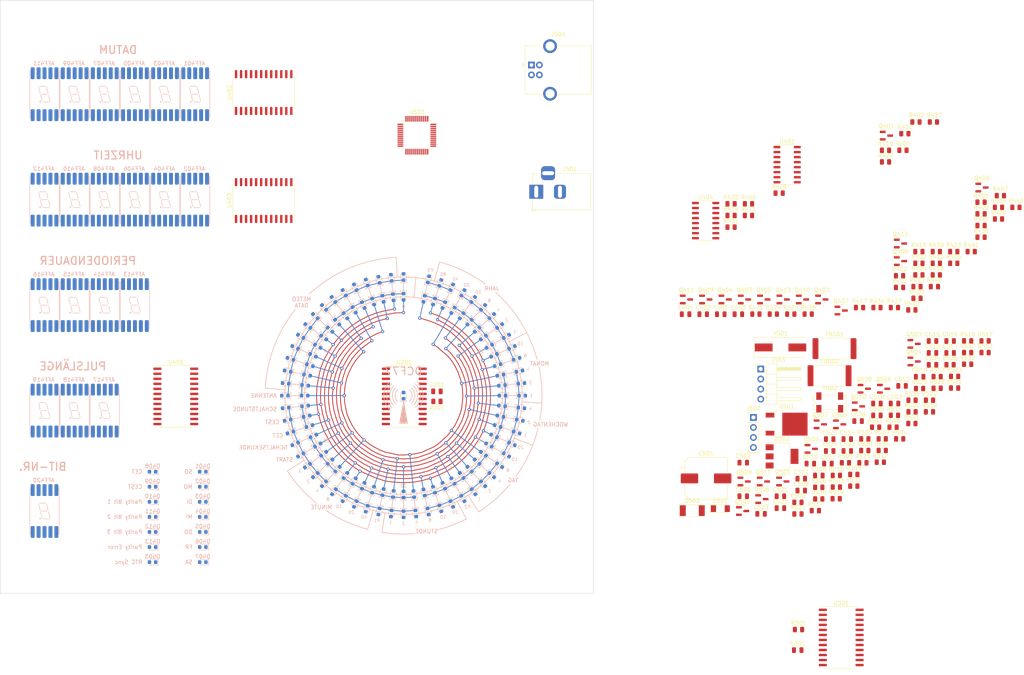
<source format=kicad_pcb>
(kicad_pcb (version 20211014) (generator pcbnew)
  (layers (0 "F.Cu" signal) (1 "In1.Cu" power) (2 "In2.Cu" power) (31 "B.Cu" signal) (34 "B.Paste" user) (35 "F.Paste" user) (36 "B.SilkS" user "B.Silkscreen") (37 "F.SilkS" user "F.Silkscreen") (38 "B.Mask" user) (39 "F.Mask" user) (44 "Edge.Cuts" user))
  (net 0 "")
  (net 1 "Net-(AFF401-Pad1)")
  (net 2 "Net-(AFF401-Pad2)")
  (net 3 "Net-(AFF401-Pad3)")
  (net 4 "Net-(AFF401-Pad4)")
  (net 5 "Net-(AFF401-Pad5)")
  (net 6 "Net-(AFF401-Pad6)")
  (net 7 "Net-(AFF401-Pad7)")
  (net 8 "Net-(AFF401-Pad9)")
  (net 9 "Net-(AFF401-Pad10)")
  (net 10 "Net-(AFF402-Pad1)")
  (net 11 "Net-(AFF402-Pad2)")
  (net 12 "Net-(AFF402-Pad3)")
  (net 13 "Net-(AFF402-Pad4)")
  (net 14 "Net-(AFF402-Pad5)")
  (net 15 "Net-(AFF402-Pad6)")
  (net 16 "Net-(AFF402-Pad7)")
  (net 17 "Net-(AFF402-Pad9)")
  (net 18 "Net-(AFF402-Pad10)")
  (net 19 "Net-(AFF403-Pad3)")
  (net 20 "Net-(AFF404-Pad3)")
  (net 21 "Net-(AFF405-Pad3)")
  (net 22 "Net-(AFF406-Pad3)")
  (net 23 "Net-(AFF407-Pad3)")
  (net 24 "Net-(AFF408-Pad3)")
  (net 25 "Net-(AFF409-Pad3)")
  (net 26 "Net-(AFF410-Pad3)")
  (net 27 "Net-(AFF411-Pad3)")
  (net 28 "Net-(AFF412-Pad3)")
  (net 31 "Net-(AFF413-Pad3)")
  (net 33 "Net-(AFF413-Pad5)")
  (net 40 "Net-(AFF414-Pad3)")
  (net 46 "Net-(AFF415-Pad1)")
  (net 47 "Net-(AFF415-Pad2)")
  (net 48 "Net-(AFF415-Pad3)")
  (net 49 "Net-(AFF415-Pad4)")
  (net 50 "Net-(AFF415-Pad6)")
  (net 51 "Net-(AFF415-Pad7)")
  (net 52 "Net-(AFF415-Pad9)")
  (net 53 "Net-(AFF415-Pad10)")
  (net 54 "Net-(AFF416-Pad3)")
  (net 56 "Net-(AFF417-Pad3)")
  (net 58 "Net-(AFF418-Pad3)")
  (net 60 "Net-(AFF419-Pad3)")
  (net 62 "Net-(AFF420-Pad3)")
  (net 64 "+5V")
  (net 65 "GND")
  (net 66 "+3V3")
  (net 67 "Net-(C501-Pad1)")
  (net 68 "Net-(C501-Pad2)")
  (net 69 "Net-(C503-Pad1)")
  (net 70 "VBUS")
  (net 71 "Net-(C508-Pad1)")
  (net 72 "Net-(C509-Pad1)")
  (net 73 "Net-(C510-Pad1)")
  (net 74 "Net-(C511-Pad1)")
  (net 75 "Net-(C512-Pad1)")
  (net 76 "Net-(C517-Pad1)")
  (net 77 "+3.3V")
  (net 78 "USB-")
  (net 79 "USB+")
  (net 80 "Net-(D201-Pad1)")
  (net 81 "Net-(D201-Pad2)")
  (net 82 "Net-(D202-Pad2)")
  (net 83 "Net-(D203-Pad2)")
  (net 84 "Net-(D204-Pad2)")
  (net 85 "Net-(D205-Pad2)")
  (net 86 "Net-(D206-Pad2)")
  (net 87 "Net-(D207-Pad2)")
  (net 88 "Net-(D208-Pad2)")
  (net 89 "Net-(D209-Pad1)")
  (net 90 "Net-(D217-Pad1)")
  (net 91 "Net-(D225-Pad1)")
  (net 92 "Net-(D233-Pad1)")
  (net 93 "Net-(D241-Pad1)")
  (net 94 "Net-(D249-Pad1)")
  (net 95 "Net-(D257-Pad1)")
  (net 96 "Net-(D301-Pad1)")
  (net 97 "Net-(D301-Pad2)")
  (net 98 "Net-(D302-Pad2)")
  (net 99 "Net-(D303-Pad2)")
  (net 100 "Net-(D304-Pad2)")
  (net 101 "Net-(D305-Pad2)")
  (net 102 "Net-(D306-Pad2)")
  (net 103 "Net-(D307-Pad2)")
  (net 104 "Net-(D308-Pad2)")
  (net 105 "Net-(D309-Pad1)")
  (net 106 "Net-(D317-Pad1)")
  (net 107 "Net-(D325-Pad1)")
  (net 108 "Net-(D333-Pad1)")
  (net 109 "Net-(D341-Pad1)")
  (net 110 "Net-(D349-Pad1)")
  (net 111 "Net-(D357-Pad1)")
  (net 112 "Net-(D401-Pad1)")
  (net 113 "Net-(D401-Pad2)")
  (net 114 "Net-(D402-Pad1)")
  (net 115 "Net-(D402-Pad2)")
  (net 116 "Net-(D403-Pad1)")
  (net 117 "Net-(D403-Pad2)")
  (net 118 "Net-(D404-Pad1)")
  (net 119 "Net-(D404-Pad2)")
  (net 120 "Net-(D405-Pad1)")
  (net 121 "Net-(D405-Pad2)")
  (net 122 "Net-(D406-Pad1)")
  (net 123 "Net-(D406-Pad2)")
  (net 124 "Net-(D407-Pad1)")
  (net 125 "Net-(D407-Pad2)")
  (net 126 "Net-(D408-Pad1)")
  (net 127 "Net-(D408-Pad2)")
  (net 128 "Net-(D409-Pad1)")
  (net 129 "Net-(D409-Pad2)")
  (net 130 "Net-(D410-Pad1)")
  (net 131 "Net-(D410-Pad2)")
  (net 132 "Net-(D411-Pad1)")
  (net 133 "Net-(D411-Pad2)")
  (net 134 "Net-(D412-Pad1)")
  (net 135 "Net-(D412-Pad2)")
  (net 136 "Net-(D413-Pad1)")
  (net 137 "Net-(D413-Pad2)")
  (net 138 "Net-(D502-Pad2)")
  (net 139 "Net-(D503-Pad1)")
  (net 140 "Net-(D503-Pad2)")
  (net 141 "Net-(D504-Pad1)")
  (net 142 "Net-(D504-Pad2)")
  (net 143 "Net-(D505-Pad3)")
  (net 144 "Net-(D506-Pad3)")
  (net 145 "Net-(J502-Pad1)")
  (net 146 "Net-(J502-Pad2)")
  (net 147 "SWIO")
  (net 148 "SWCLK")
  (net 149 "Net-(Q401-Pad1)")
  (net 150 "Net-(Q402-Pad1)")
  (net 151 "Net-(Q403-Pad1)")
  (net 152 "Net-(Q404-Pad1)")
  (net 153 "Net-(Q405-Pad1)")
  (net 154 "Net-(Q406-Pad1)")
  (net 155 "Net-(Q407-Pad1)")
  (net 156 "Net-(Q408-Pad1)")
  (net 157 "Net-(Q409-Pad1)")
  (net 158 "Net-(Q410-Pad1)")
  (net 159 "Net-(Q411-Pad1)")
  (net 160 "Net-(Q412-Pad1)")
  (net 161 "Net-(Q413-Pad1)")
  (net 162 "Net-(Q501-Pad1)")
  (net 163 "Net-(Q501-Pad3)")
  (net 164 "Net-(Q502-Pad1)")
  (net 165 "Net-(Q502-Pad3)")
  (net 166 "Net-(Q503-Pad1)")
  (net 167 "Net-(Q503-Pad3)")
  (net 168 "Net-(Q504-Pad2)")
  (net 169 "/CPU/CLK")
  (net 170 "Net-(Q505-Pad1)")
  (net 171 "Net-(Q505-Pad3)")
  (net 172 "Net-(Q506-Pad2)")
  (net 173 "/CPU/MOSI")
  (net 174 "Net-(Q507-Pad1)")
  (net 175 "Net-(Q507-Pad3)")
  (net 176 "Net-(Q508-Pad1)")
  (net 177 "Net-(Q508-Pad3)")
  (net 178 "Net-(Q509-Pad1)")
  (net 179 "Net-(Q510-Pad1)")
  (net 180 "Net-(Q511-Pad1)")
  (net 181 "Net-(Q511-Pad3)")
  (net 182 "Net-(R201-Pad2)")
  (net 183 "Net-(R301-Pad2)")
  (net 184 "Net-(R414-Pad1)")
  (net 185 "Net-(R416-Pad1)")
  (net 186 "Net-(R418-Pad1)")
  (net 187 "Net-(R420-Pad1)")
  (net 188 "Net-(R422-Pad1)")
  (net 189 "Net-(R424-Pad1)")
  (net 190 "Net-(R426-Pad1)")
  (net 191 "Net-(R427-Pad2)")
  (net 192 "Net-(R428-Pad2)")
  (net 193 "Net-(R430-Pad1)")
  (net 194 "Net-(R432-Pad1)")
  (net 195 "Net-(R434-Pad1)")
  (net 196 "Net-(R436-Pad1)")
  (net 197 "Net-(R438-Pad1)")
  (net 198 "Net-(R440-Pad1)")
  (net 199 "Net-(R442-Pad2)")
  (net 200 "Net-(R502-Pad1)")
  (net 201 "Net-(R507-Pad2)")
  (net 202 "Net-(R508-Pad1)")
  (net 203 "Net-(R512-Pad1)")
  (net 204 "Net-(R521-Pad1)")
  (net 205 "{slash}Disconnect")
  (net 206 "Net-(R529-Pad2)")
  (net 207 "Net-(R536-Pad1)")
  (net 208 "/CPU/{slash}CS_Outer")
  (net 210 "/CPU/{slash}CS_Inner")
  (net 212 "Net-(U401-Pad9)")
  (net 213 "/CPU/SER_CLK")
  (net 214 "/CPU/SER_Latch")
  (net 215 "/CPU/SER_Data")
  (net 218 "/CPU/{slash}CS_Time")
  (net 222 "/CPU/{slash}CS_Date")
  (net 228 "/CPU/{slash}CS_pulse")
  (footprint "Resistor_SMD:R_0805_2012Metric" (layer "F.Cu") (at 205.82 74.49)
    (fp_text reference "R433")
    (fp_text value "100k")
  )
  (footprint "Resistor_SMD:R_0805_2012Metric" (layer "F.Cu") (at 212.1 102.38)
    (fp_text reference "R421")
    (fp_text value "100k")
  )
  (footprint "Package_SO:SOIC-24W_7.5x15.4mm_P1.27mm" (layer "F.Cu") (at 65.405 123.19)
    (fp_text reference "U405")
    (fp_text value "MAX7221xWG")
  )
  (footprint "Package_TO_SOT_SMD:SOT-23" (layer "F.Cu") (at 199.43 98.68)
    (fp_text reference "Q409")
    (fp_text value "BSS138")
  )
  (footprint "Capacitor_SMD:C_0805_2012Metric" (layer "F.Cu") (at 256.77 112.2)
    (fp_text reference "C513")
    (fp_text value "1µ")
  )
  (footprint "Package_TO_SOT_SMD:SOT-23" (layer "F.Cu") (at 204.32 98.68)
    (fp_text reference "Q404")
    (fp_text value "BSS138")
  )
  (footprint "Resistor_SMD:R_0805_2012Metric" (layer "F.Cu") (at 232.41 149.07)
    (fp_text reference "R519")
    (fp_text value "10k")
  )
  (footprint "Package_TO_SOT_SMD:SOT-23" (layer "F.Cu") (at 233.28 130.26)
    (fp_text reference "Q505")
    (fp_text value "BSS138")
  )
  (footprint "Package_TO_SOT_SMD:SOT-23" (layer "F.Cu") (at 213.63 149.16)
    (fp_text reference "D506")
    (fp_text value "BAV199")
  )
  (footprint "Capacitor_SMD:C_0805_2012Metric" (layer "F.Cu") (at 235.21 137)
    (fp_text reference "C522")
    (fp_text value "100n")
  )
  (footprint "Resistor_SMD:R_0805_2012Metric" (layer "F.Cu") (at 266.55 86.58)
    (fp_text reference "R441")
    (fp_text value "100k")
  )
  (footprint "Resistor_SMD:R_0805_2012Metric" (layer "F.Cu") (at 269.04 82.93)
    (fp_text reference "R438")
    (fp_text value "10k")
  )
  (footprint "Resistor_SMD:R_0805_2012Metric" (layer "F.Cu") (at 232.45 143.17)
    (fp_text reference "R515")
    (fp_text value "100k")
  )
  (footprint "Resistor_SMD:R_0805_2012Metric" (layer "F.Cu") (at 225.33 102.38)
    (fp_text reference "R436")
    (fp_text value "10k")
  )
  (footprint "Resistor_SMD:R_0805_2012Metric" (layer "F.Cu") (at 238.31 100.73)
    (fp_text reference "R417")
    (fp_text value "100k")
  )
  (footprint "Capacitor_SMD:C_0805_2012Metric" (layer "F.Cu") (at 213.41 152.89)
    (fp_text reference "C523")
    (fp_text value "100n")
  )
  (footprint "Connector_BarrelJack:BarrelJack_Horizontal" (layer "F.Cu") (at 156.56 71.4425 180)
    (fp_text reference "J501")
    (fp_text value "Jack-DC")
  )
  (footprint "Package_TO_SOT_SMD:SOT-23" (layer "F.Cu") (at 245.12 57.25)
    (fp_text reference "Q401")
    (fp_text value "BSS138")
  )
  (footprint "Resistor_SMD:R_0805_2012Metric" (layer "F.Cu") (at 257.94 118.19)
    (fp_text reference "R512")
    (fp_text value "10k")
  )
  (footprint "Capacitor_SMD:C_0805_2012Metric" (layer "F.Cu") (at 256.77 115.21)
    (fp_text reference "C504")
    (fp_text value "1µ")
  )
  (footprint "Package_TO_SOT_SMD:SOT-23" (layer "F.Cu") (at 218.9 144.71)
    (fp_text reference "Q501")
    (fp_text value "BSS138")
  )
  (footprint "Resistor_SMD:R_0805_2012Metric" (layer "F.Cu") (at 257.25 95.43)
    (fp_text reference "R440")
    (fp_text value "10k")
  )
  (footprint "Resistor_SMD:R_0805_2012Metric" (layer "F.Cu") (at 253.49 121.2)
    (fp_text reference "R529")
    (fp_text value "10k")
  )
  (footprint "Capacitor_SMD:C_0805_2012Metric" (layer "F.Cu") (at 253.51 118.22)
    (fp_text reference "C510")
    (fp_text value "20p")
  )
  (footprint "Capacitor_SMD:C_0805_2012Metric" (layer "F.Cu") (at 247.16 124.99)
    (fp_text reference "C503")
    (fp_text value "100µ")
  )
  (footprint "Resistor_SMD:R_0805_2012Metric" (layer "F.Cu") (at 262.35 121.08)
    (fp_text reference "R521")
    (fp_text value "10k")
  )
  (footprint "Package_TO_SOT_SMD:SOT-23" (layer "F.Cu") (at 248.67 84.53)
    (fp_text reference "Q412")
    (fp_text value "BSS138")
  )
  (footprint "Resistor_SMD:R_0805_2012Metric" (layer "F.Cu") (at 265.65 115.06)
    (fp_text reference "R533")
    (fp_text value "100k")
  )
  (footprint "Diode_SMD:D_MiniMELF" (layer "F.Cu") (at 203.12 151.58)
    (fp_text reference "D501")
    (fp_text value "LL4148")
  )
  (footprint "Resistor_SMD:R_0805_2012Metric" (layer "F.Cu") (at 257.73 92.48)
    (fp_text reference "R418")
    (fp_text value "10k")
  )
  (footprint "Package_TO_SOT_SMD:SOT-23" (layer "F.Cu") (at 218.99 98.68)
    (fp_text reference "Q413")
    (fp_text value "BSS138")
  )
  (footprint "Package_SO:SO-16_3.9x9.9mm_P1.27mm" (layer "F.Cu") (at 199.39 78.74)
    (fp_text reference "U404")
    (fp_text value "74HC595")
  )
  (footprint "Resistor_SMD:R_0805_2012Metric" (layer "F.Cu") (at 228 146.18)
    (fp_text reference "R506")
    (fp_text value "10k")
  )
  (footprint "Package_TO_SOT_SMD:SOT-23" (layer "F.Cu") (at 248.67 88.98)
    (fp_text reference "Q408")
    (fp_text value "BSS138")
  )
  (footprint "Package_TO_SOT_SMD:SOT-23" (layer "F.Cu") (at 228.77 98.68)
    (fp_text reference "Q402")
    (fp_text value "BSS138")
  )
  (footprint "Package_SO:SOIC-24W_7.5x15.4mm_P1.27mm" (layer "F.Cu") (at 87.63 46.355 90)
    (fp_text reference "U402")
    (fp_text value "MAX7221xWG")
  )
  (footprint "Resistor_SMD:R_0805_2012Metric" (layer "F.Cu") (at 227.14 152.08)
    (fp_text reference "R537")
    (fp_text value "100k")
  )
  (footprint "Package_TO_SOT_SMD:SOT-23" (layer "F.Cu") (at 252.1 109.91)
    (fp_text reference "Q503")
    (fp_text value "BSS138")
  )
  (footprint "Resistor_SMD:R_0805_2012Metric" (layer "F.Cu") (at 244.05 133.93)
    (fp_text reference "R507")
    (fp_text value "10k")
  )
  (footprint "Resistor_SMD:R_0805_2012Metric" (layer "F.Cu") (at 210.23 74.49)
    (fp_text reference "R409")
    (fp_text value "R")
  )
  (footprint "Connector_USB:USB_B_OST_USB-B1HSxx_Horizontal" (layer "F.Cu") (at 155.3475 39.39)
    (fp_text reference "J504")
    (fp_text value "USB_B")
  )
  (footprint "Resistor_SMD:R_0805_2012Metric" (layer "F.Cu") (at 262.35 118.13)
    (fp_text reference "R523")
    (fp_text value "10k")
  )
  (footprint "Package_TO_SOT_SMD:SOT-23" (layer "F.Cu") (at 223.88 98.68)
    (fp_text reference "Q410")
    (fp_text value "BSS138")
  )
  (footprint "Resistor_SMD:R_0805_2012Metric" (layer "F.Cu") (at 257.73 86.58)
    (fp_text reference "R439")
    (fp_text value "100k")
  )
  (footprint "Resistor_SMD:R_0805_2012Metric" (layer "F.Cu") (at 246.79 130.98)
    (fp_text reference "R516")
    (fp_text value "10k")
  )
  (footprint "Resistor_SMD:R_0805_2012Metric" (layer "F.Cu") (at 251.59 124.15)
    (fp_text reference "R536")
    (fp_text value "10k")
  )
  (footprint "Resistor_SMD:R_0805_2012Metric" (layer "F.Cu") (at 205.82 77.44)
    (fp_text reference "R414")
    (fp_text value "10k")
  )
  (footprint "Resistor_SMD:R_0805_2012Metric" (layer "F.Cu") (at 273.45 75.38)
    (fp_text reference "R435")
    (fp_text value "100k")
  )
  (footprint "Package_TO_SOT_SMD:SOT-23" (layer "F.Cu") (at 233.66 101.48)
    (fp_text reference "Q407")
    (fp_text value "BSS138")
  )
  (footprint "Resistor_SMD:R_0805_2012Metric" (layer "F.Cu") (at 249.29 60.95)
    (fp_text reference "R404")
    (fp_text value "R")
  )
  (footprint "Connector_PinHeader_2.54mm:PinHeader_1x04_P2.54mm_Vertical" (layer "F.Cu") (at 211.47 128.51)
    (fp_text reference "J502")
    (fp_text value "DCF77 Antenna")
  )
  (footprint "Capacitor_SMD:C_0805_2012Metric" (layer "F.Cu") (at 207.67 102.41)
    (fp_text reference "C403")
    (fp_text value "100n")
  )
  (footprint "Resistor_SMD:R_0805_2012Metric" (layer "F.Cu") (at 270.06 109.16)
    (fp_text reference "R517")
    (fp_text value "100k")
  )
  (footprint "Package_TO_SOT_SMD:SOT-223-3_TabPin2" (layer "F.Cu") (at 218.72 138.36)
    (fp_text reference "U502")
    (fp_text value "AZ1117-3.3")
  )
  (footprint "Resistor_SMD:R_0805_2012Metric" (layer "F.Cu") (at 265.65 112.11)
    (fp_text reference "R532")
    (fp_text value "100k")
  )
  (footprint "Capacitor_SMD:C_0805_2012Metric" (layer "F.Cu") (at 194.32 102.41)
    (fp_text reference "C404")
    (fp_text value "100n")
  )
  (footprint "Resistor_SMD:R_0805_2012Metric" (layer "F.Cu") (at 242.38 130.98)
    (fp_text reference "R511")
    (fp_text value "10k")
  )
  (footprint "Resistor_SMD:R_0805_2012Metric" (layer "F.Cu") (at 249.77 56.75)
    (fp_text reference "R401")
    (fp_text value "R")
  )
  (footprint "Resistor_SMD:R_0805_2012Metric" (layer "F.Cu") (at 257.73 89.53)
    (fp_text reference "R413")
    (fp_text value "R")
  )
  (footprint "Resistor_SMD:R_0805_2012Metric" (layer "F.Cu") (at 247.14 127.97)
    (fp_text reference "R514")
    (fp_text value "10k")
  )
  (footprint "Resistor_SMD:R_0805_2012Metric" (layer "F.Cu") (at 234.75 139.98)
    (fp_text reference "R505")
    (fp_text value "10k")
  )
  (footprint "Capacitor_SMD:C_0805_2012Metric" (layer "F.Cu") (at 249.06 120.54)
    (fp_text reference "C512")
    (fp_text value "20p")
  )
  (footprint "Resistor_SMD:R_0805_2012Metric" (layer "F.Cu") (at 261.2 115.18)
    (fp_text reference "R526")
    (fp_text value "1k")
  )
  (footprint "Package_TO_SOT_SMD:SOT-23" (layer "F.Cu") (at 238.04 125.71)
    (fp_text reference "Q510")
    (fp_text value "BSS138")
  )
  (footprint "Resistor_SMD:R_0805_2012Metric" (layer "F.Cu") (at 236.86 142.93)
    (fp_text reference "R509")
    (fp_text value "100k")
  )
  (footprint "Package_TO_SOT_SMD:SOT-23" (layer "F.Cu") (at 239.5 121.26)
    (fp_text reference "Q508")
    (fp_text value "BC856")
  )
  (footprint "Package_TO_SOT_SMD:SOT-23" (layer "F.Cu") (at 269.28 70.38)
    (fp_text reference "Q406")
    (fp_text value "BSS138")
  )
  (footprint "Resistor_SMD:R_0805_2012Metric" (layer "F.Cu") (at 244.05 136.88)
    (fp_text reference "R534")
    (fp_text value "22")
  )
  (footprint "Resistor_SMD:R_0805_2012Metric" (layer "F.Cu") (at 253.32 92.48)
    (fp_text reference "R406")
    (fp_text value "R")
  )
  (footprint "Capacitor_SMD:C_0805_2012Metric" (layer "F.Cu") (at 131.445 121.92)
    (fp_text reference "C201")
    (fp_text value "100n")
  )
  (footprint "Resistor_SMD:R_0805_2012Metric" (layer "F.Cu") (at 273.93 72.43)
    (fp_text reference "R407")
    (fp_text value "R")
  )
  (footprint "Resistor_SMD:R_0805_2012Metric" (layer "F.Cu") (at 216.51 102.38)
    (fp_text reference "R424")
    (fp_text value "10k")
  )
  (footprint "Resistor_SMD:R_0805_2012Metric" (layer "F.Cu") (at 217.98 71.79)
    (fp_text reference "R428")
    (fp_text value "20k")
  )
  (footprint "Resistor_SMD:R_0805_2012Metric" (layer "F.Cu") (at 256 127.1)
    (fp_text reference "R518")
    (fp_text value "10k")
  )
  (footprint "Resistor_SMD:R_0805_2012Metric" (layer "F.Cu") (at 205.82 80.39)
    (fp_text reference "R431")
    (fp_text value "100k")
  )
  (footprint "Resistor_SMD:R_0805_2012Metric" (layer "F.Cu") (at 243.57 139.83)
    (fp_text reference "R527")
    (fp_text value "100k")
  )
  (footprint "Resistor_SMD:R_0805_2012Metric" (layer "F.Cu") (at 270.06 112.11)
    (fp_text reference "R513")
    (fp_text value "10k")
  )
  (footprint "Resistor_SMD:R_0805_2012Metric" (layer "F.Cu") (at 222.73 149.98)
    (fp_text reference "R508")
    (fp_text value "10k")
  )
  (footprint "Capacitor_SMD:C_0805_2012Metric" (layer "F.Cu") (at 203.22 102.41)
    (fp_text reference "C401")
    (fp_text value "100n")
  )
  (footprint "Package_TO_SOT_SMD:SOT-23" (layer "F.Cu") (at 226.09 136.46)
    (fp_text reference "D505")
    (fp_text value "BAV199")
  )
  (footprint "Resistor_SMD:R_0805_2012Metric" (layer "F.Cu") (at 210.23 77.44)
    (fp_text reference "R411")
    (fp_text value "R")
  )
  (footprint "Resistor_SMD:R_0805_2012Metric" (layer "F.Cu") (at 236.86 145.88)
    (fp_text reference "R531")
    (fp_text value "22")
  )
  (footprint "Capacitor_SMD:C_0805_2012Metric" (layer "F.Cu") (at 261.22 112.2)
    (fp_text reference "C517")
    (fp_text value "10µ")
  )
  (footprint "Resistor_SMD:R_0805_2012Metric" (layer "F.Cu") (at 262.14 89.53)
    (fp_text reference "R416")
    (fp_text value "10k")
  )
  (footprint "Package_TO_SOT_SMD:SOT-23" (layer "F.Cu") (at 208.74 152.18)
    (fp_text reference "Q502")
    (fp_text value "BSS138")
  )
  (footprint "Package_TO_SOT_SMD:SOT-23" (layer "F.Cu") (at 252.1 114.36)
    (fp_text reference "Q504")
    (fp_text value "BSS138")
  )
  (footprint "Package_TO_SOT_SMD:SOT-23" (layer "F.Cu") (at 214.1 98.68)
    (fp_text reference "Q405")
    (fp_text value "BSS138")
  )
  (footprint "Resistor_SMD:R_0805_2012Metric" (layer "F.Cu") (at 251.54 101.33)
    (fp_text reference "R430")
    (fp_text value "10k")
  )
  (footprint "Capacitor_SMD:C_0805_2012Metric" (layer "F.Cu") (at 223.57 143.99)
    (fp_text reference "C511")
    (fp_text value "20p")
  )
  (footprint "Resistor_SMD:R_0805_2012Metric" (layer "F.Cu") (at 251.59 127.1)
    (fp_text reference "R502")
    (fp_text value "10k")
  )
  (footprint "Capacitor_SMD:C_0805_2012Metric" (layer "F.Cu") (at 208.9 139.94)
    (fp_text reference "C502")
    (fp_text value "100n")
  )
  (footprint "Resistor_SMD:R_0805_2012Metric" (layer "F.Cu") (at 257.94 121.14)
    (fp_text reference "R528")
    (fp_text value "10k")
  )
  (footprint "Resistor_SMD:R_0805_2012Metric" (layer "F.Cu") (at 228 149.13)
    (fp_text reference "R530")
    (fp_text value "1k5")
  )
  (footprint "Resistor_SMD:R_0805_2012Metric" (layer "F.Cu") (at 252.84 98.38)
    (fp_text reference "R403")
    (fp_text value "R")
  )
  (footprint "Package_TO_SOT_SMD:SOT-23" (layer "F.Cu") (at 209.12 144.71)
    (fp_text reference "Q509")
    (fp_text value "BSS138")
  )
  (footprint "Capacitor_SMD:C_0805_2012Metric" (layer "F.Cu") (at 218.3 148.44)
    (fp_text reference "C521")
    (fp_text value "100n")
  )
  (footprint "Resistor_SMD:R_0805_2012Metric" (layer "F.Cu") (at 222.73 152.93)
    (fp_text reference "R524")
    (fp_text value "1k")
  )
  (footprint "Resistor_SMD:R_0805_2012Metric" (layer "F.Cu") (at 131.445 124.46 180)
    (fp_text reference "R201")
    (fp_text value "20k")
  )
  (footprint "Diode_SMD:D_MELF" (layer "F.Cu") (at 196.02 152.08)
    (fp_text reference "D502")
    (fp_text value "SM4007")
  )
  (footprint "Resistor_SMD:R_0805_2012Metric" (layer "F.Cu") (at 252.58 53.8)
    (fp_text reference "R402")
    (fp_text value "R")
  )
  (footprint "Resistor_SMD:R_0805_2012Metric" (layer "F.Cu") (at 269.04 74.08)
    (fp_text reference "R405")
    (fp_text value "R")
  )
  (footprint "Capacitor_SMD:CP_Elec_10x10.5" (layer "F.Cu") (at 199.505 143.93)
    (fp_text reference "C501")
    (fp_text value "0.22F/5V5")
  )
  (footprint "Capacitor_SMD:C_0805_2012Metric" (layer "F.Cu") (at 223.57 147)
    (fp_text reference "C508")
    (fp_text value "100n")
  )
  (footprint "Resistor_SMD:R_0805_2012Metric" (layer "F.Cu") (at 232.45 146.12)
    (fp_text reference "R503")
    (fp_text value "10k")
  )
  (footprint "Capacitor_SMD:C_0805_2012Metric" (layer "F.Cu") (at 237.95 129.44)
    (fp_text reference "C526")
    (fp_text value "100n")
  )
  (footprint "Crystal:Crystal_SMD_HC49-SD" (layer "F.Cu") (at 218.33 110.81)
    (fp_text reference "Y501")
    (fp_text value "8MHz")
  )
  (footprint "Resistor_SMD:R_0805_2012Metric" (layer "F.Cu") (at 256.99 53.8)
    (fp_text reference "R437")
    (fp_text value "100k")
  )
  (footprint "Resistor_SMD:R_0805_2012Metric" (layer "F.Cu") (at 262.14 86.58)
    (fp_text reference "R423")
    (fp_text value "100k")
  )
  (footprint "Capacitor_SMD:C_0805_2012Metric" (layer "F.Cu") (at 230.32 140.19)
    (fp_text reference "C507")
    (fp_text value "1µ")
  )
  (footprint "Resistor_SMD:R_0805_2012Metric" (layer "F.Cu") (at 253.32 89.53)
    (fp_text reference "R432")
    (fp_text value "10k")
  )
  (footprint "Resistor_SMD:R_0805_2012Metric" (layer "F.Cu") (at 248.43 92.68)
    (fp_text reference "R422")
    (fp_text value "10k")
  )
  (footprint "Resistor_SMD:R_0805_2012Metric" (layer "F.Cu") (at 253.32 86.58)
    (fp_text reference "R415")
    (fp_text value "100k")
  )
  (footprint "Package_TO_SOT_SMD:SOT-23" (layer "F.Cu") (at 209.21 98.68)
    (fp_text reference "Q403")
    (fp_text value "BSS138")
  )
  (footprint "Package_TO_SOT_SMD:SOT-23" (layer "F.Cu") (at 244.39 121.26)
    (fp_text reference "Q506")
    (fp_text value "BSS138")
  )
  (footprint "Resistor_SMD:R_0805_2012Metric" (layer "F.Cu") (at 277.86 75.38)
    (fp_text reference "R442")
    (fp_text value "20k")
  )
  (footprint "Resistor_SMD:R_0805_2012Metric" (layer "F.Cu") (at 220.92 102.38)
    (fp_text reference "R425")
    (fp_text value "100k")
  )
  (footprint "Capacitor_SMD:C_0805_2012Metric" (layer "F.Cu") (at 222.68 187.35)
    (fp_text reference "C301")
    (fp_text value "100n")
  )
  (footprint "Resistor_SMD:R_0805_2012Metric" (layer "F.Cu") (at 239.16 139.98)
    (fp_text reference "R525")
    (fp_text value "100k")
  )
  (footprint "Connector_PinHeader_2.54mm:PinHeader_1x04_P2.54mm_Horizontal" (layer "F.Cu") (at 213.33 116.26)
    (fp_text reference "J503")
    (fp_text value "SWD")
  )
  (footprint "Capacitor_SMD:C_0805_2012Metric" (layer "F.Cu") (at 208.9 148.44)
    (fp_text reference "C506")
    (fp_text value "100n")
  )
  (footprint "Resistor_SMD:R_0805_2012Metric" (layer "F.Cu") (at 248.46 133.93)
    (fp_text reference "R504")
    (fp_text value "100k")
  )
  (footprint "Package_TO_SOT_SMD:SOT-23" (layer "F.Cu") (at 228.39 130.26)
    (fp_text reference "Q507")
    (fp_text value "BSS138")
  )
  (footprint "Resistor_SMD:R_0805_2012Metric" (layer "F.Cu") (at 242.72 100.73)
    (fp_text reference "R434")
    (fp_text value "10k")
  )
  (footprint "Capacitor_SMD:C_0805_2012Metric" (layer "F.Cu") (at 261.22 109.19)
    (fp_text reference "C516")
    (fp_text value "1µ")
  )
  (footprint "Capacitor_SMD:C_0805_2012Metric" (layer "F.Cu") (at 198.77 102.41)
    (fp_text reference "C402")
    (fp_text value "100n")
  )
  (footprint "Resistor_SMD:R_0805_2012Metric" (layer "F.Cu") (at 247.13 100.73)
    (fp_text reference "R427")
    (fp_text value "20k")
  )
  (footprint "Package_SO:SOIC-24W_7.5x15.4mm_P1.27mm" (layer "F.Cu") (at 87.63 73.66 90)
    (fp_text reference "U403")
    (fp_text value "MAX7221xWG")
  )
  (footprint "Resistor_SMD:R_0805_2012Metric" (layer "F.Cu") (at 269.04 79.98)
    (fp_text reference "R420")
    (fp_text value "10k")
  )
  (footprint "Resistor_SMD:R_4020_10251Metric" (layer "F.Cu") (at 230.73 117.96)
    (fp_text reference "FB502")
    (fp_text value "FerriteBead")
  )
  (footprint "Resistor_SMD:R_0805_2012Metric" (layer "F.Cu") (at 239.64 136.88)
    (fp_text reference "R520")
    (fp_text value "10k")
  )
  (footprint "Resistor_SMD:R_0805_2012Metric" (layer "F.Cu") (at 248.43 95.63)
    (fp_text reference "R412")
    (fp_text value "R")
  )
  (footprint "Capacitor_SMD:C_0805_2012Metric" (layer "F.Cu") (at 230.76 133.99)
    (fp_text reference "C525")
    (fp_text value "100n")
  )
  (footprint "Package_QFP:LQFP-48_7x7mm_P0.5mm" (layer "F.Cu") (at 126.365 57.15)
    (fp_text reference "U503")
    (fp_text value "STM32F103C8Tx")
  )
  (footprint "Resistor_SMD:R_0805_2012Metric" (layer "F.Cu") (at 239.64 133.93)
    (fp_text reference "R535")
    (fp_text value "10k")
  )
  (footprint "Resistor_SMD:R_0805_2012Metric" (layer "F.Cu") (at 265.65 109.16)
    (fp_text reference "R510")
    (fp_text value "1M")
  )
  (footprint "Resistor_SMD:R_0805_2012Metric" (layer "F.Cu") (at 269.04 77.03)
    (fp_text reference "R408")
    (fp_text value "R")
  )
  (footprint "Resistor_SMD:R_0805_2012Metric" (layer "F.Cu") (at 273.45 78.33)
    (fp_text reference "R426")
    (fp_text value "10k")
  )
  (footprint "Capacitor_SMD:C_0805_2012Metric" (layer "F.Cu") (at 242.71 124.99)
    (fp_text reference "C518")
    (fp_text value "C")
  )
  (footprint "Package_SO:SOIC-24W_7.5x15.4mm_P1.27mm" (layer "F.Cu") (at 123.19 123.19)
    (fp_text reference "U201")
    (fp_text value "MAX7221xWG")
  )
  (footprint "Package_TO_SOT_SMD:SOT-23" (layer "F.Cu") (at 214.01 144.71)
    (fp_text reference "Q511")
    (fp_text value "BSS138")
  )
  (footprint "Capacitor_SMD:C_0805_2012Metric" (layer "F.Cu") (at 242.71 128)
    (fp_text reference "C509")
    (fp_text value "20p")
  )
  (footprint "Resistor_SMD:R_0805_2012Metric" (layer "F.Cu") (at 244.88 63.9)
    (fp_text reference "R429")
    (fp_text value "100k")
  )
  (footprint "Capacitor_SMD:C_0805_2012Metric" (layer "F.Cu") (at 218.3 151.45)
    (fp_text reference "C520")
    (fp_text value "47p")
  )
  (footprint "Capacitor_SMD:C_0805_2012Metric" (layer "F.Cu") (at 225.87 140.19)
    (fp_text reference "C519")
    (fp_text value "47p")
  )
  (footprint "Resistor_SMD:R_0805_2012Metric" (layer "F.Cu") (at 251.55 130.05)
    (fp_text reference "R501")
    (fp_text value "10k")
  )
  (footprint "Resistor_SMD:R_0805_2012Metric" (layer "F.Cu") (at 252.84 95.43)
    (fp_text reference "R410")
    (fp_text value "R")
  )
  (footprint "Package_TO_SOT_SMD:TO-252-2" (layer "F.Cu") (at 219.87 130.21)
    (fp_text reference "U501")
    (fp_text value "L7805")
  )
  (footprint "Crystal:Crystal_SMD_SeikoEpson_MC306-4Pin_8.0x3.2mm" (layer "F.Cu") (at 230.77 124.71)
    (fp_text reference "Y502")
    (fp_text value "32.768kHz")
  )
  (footprint "Capacitor_SMD:C_0805_2012Metric" (layer "F.Cu") (at 256.77 109.19)
    (fp_text reference "C515")
    (fp_text value "100n")
  )
  (footprint "Resistor_SMD:R_0805_2012Metric" (layer "F.Cu") (at 244.88 60.95)
    (fp_text reference "R419")
    (fp_text value "100k")
  )
  (footprint "Capacitor_SMD:C_0805_2012Metric" (layer "F.Cu") (at 228.02 143.2)
    (fp_text reference "C505")
    (fp_text value "100n")
  )
  (footprint "Resistor_SMD:R_0805_2012Metric" (layer "F.Cu") (at 222.88 182.15)
    (fp_text reference "R301")
    (fp_text value "20k")
  )
  (footprint "Capacitor_SMD:C_0805_2012Metric" (layer "F.Cu") (at 235.21 133.99)
    (fp_text reference "C514")
    (fp_text value "100n")
  )
  (footprint "Resistor_SMD:R_0805_2012Metric" (layer "F.Cu") (at 256 124.15)
    (fp_text reference "R522")
    (fp_text value "100k")
  )
  (footprint "Package_SO:SOIC-24W_7.5x15.4mm_P1.27mm" (layer "F.Cu") (at 233.68 184.15)
    (fp_text reference "U301")
    (fp_text value "MAX7221xWG")
  )
  (footprint "Package_SO:SO-16_3.9x9.9mm_P1.27mm" (layer "F.Cu") (at 220 64.59)
    (fp_text reference "U401")
    (fp_text value "74HC595")
  )
  (footprint "Capacitor_SMD:C_0805_2012Metric" (layer "F.Cu") (at 230.76 137)
    (fp_text reference "C524")
    (fp_text value "100n")
  )
  (footprint "Package_TO_SOT_SMD:SOT-23" (layer "F.Cu") (at 194.54 98.68)
    (fp_text reference "Q411")
    (fp_text value "BSS138")
  )
  (footprint "Resistor_SMD:R_4020_10251Metric" (layer "F.Cu") (at 231.98 111.11)
    (fp_text reference "FB501")
    (fp_text value "FerriteBead")
  )
  (footprint "LED_SMD:LED_0603_1608Metric" (layer "B.Cu") (at 138 97 60)
    (fp_text reference "D356" hide)
    (fp_text value "LED")
  )
  (footprint "LED_SMD:LED_0603_1608Metric" (layer "B.Cu") (at 140.6 98.7 54)
    (fp_text reference "D355" hide)
    (fp_text value "LED")
  )
  (footprint "LED_SMD:LED_0603_1608Metric" (layer "B.Cu") (at 146.8 115.3 -162)
    (fp_text reference "D249" hide)
    (fp_text value "LED")
  )
  (footprint "LED_SMD:LED_0603_1608Metric" (layer "B.Cu") (at 151.6 132.3 -18)
    (fp_text reference "D343" hide)
    (fp_text value "LED")
  )
  (footprint "eigene:7_Segment_SMD" (layer "B.Cu") (at 58.07 78.74 180)
    (fp_text reference "AFF406")
    (fp_text value "LTS-6980HR")
  )
  (footprint "LED_SMD:LED_0603_1608Metric" (layer "B.Cu") (at 144.6 135.5 150)
    (fp_text reference "D241" hide)
    (fp_text value "LED")
  )
  (footprint "LED_SMD:LED_0603_1608Metric" (layer "B.Cu") (at 139.7 104.4 -132)
    (fp_text reference "D254" hide)
    (fp_text value "LED")
  )
  (footprint "LED_SMD:LED_0603_1608Metric" (layer "B.Cu") (at 94.4 132.3 -162)
    (fp_text reference "D319" hide)
    (fp_text value "LED")
  )
  (footprint "LED_SMD:LED_0603_1608Metric" (layer "B.Cu") (at 132.3 94.5 72)
    (fp_text reference "D358" hide)
    (fp_text value "LED")
  )
  (footprint "LED_SMD:LED_0603_1608Metric" (layer "B.Cu") (at 93 123 180)
    (fp_text reference "D316" hide)
    (fp_text value "LED")
  )
  (footprint "LED_SMD:LED_0603_1608Metric" (layer "B.Cu") (at 98.7 140.7 -144)
    (fp_text reference "D322" hide)
    (fp_text value "LED")
  )
  (footprint "LED_SMD:LED_0603_1608Metric" (layer "B.Cu") (at 129.3 93.6 78)
    (fp_text reference "D359" hide)
    (fp_text value "LED")
  )
  (footprint "LED_SMD:LED_0603_1608Metric" (layer "B.Cu") (at 108 97 120)
    (fp_text reference "D306" hide)
    (fp_text value "LED")
  )
  (footprint "LED_SMD:LED_0603_1608Metric" (layer "B.Cu") (at 145.3 143.1 -42)
    (fp_text reference "D339" hide)
    (fp_text value "LED")
  )
  (footprint "LED_SMD:LED_0603_1608Metric" (layer "B.Cu") (at 123 123 90)
    (fp_text reference "D504" hide)
    (fp_text value "SIG")
  )
  (footprint "LED_SMD:LED_0603_1608Metric" (layer "B.Cu") (at 139.7 141.6 132)
    (fp_text reference "D238" hide)
    (fp_text value "LED")
  )
  (footprint "LED_SMD:LED_0603_1608Metric" (layer "B.Cu") (at 93.2 126.1 -174)
    (fp_text reference "D317" hide)
    (fp_text value "LED")
  )
  (footprint "LED_SMD:LED_0603_1608Metric" (layer "B.Cu") (at 100.7 102.9 138)
    (fp_text reference "D309" hide)
    (fp_text value "LED")
  )
  (footprint "LED_SMD:LED_0603_1608Metric" (layer "B.Cu") (at 95.6 110.8 156)
    (fp_text reference "D312" hide)
    (fp_text value "LED")
  )
  (footprint "LED_SMD:LED_0603_1608Metric" (layer "B.Cu") (at 153 123)
    (fp_text reference "D346" hide)
    (fp_text value "LED")
  )
  (footprint "LED_SMD:LED_0603_1608Metric" (layer "B.Cu") (at 113.7 151.6 -108)
    (fp_text reference "D328" hide)
    (fp_text value "LED")
  )
  (footprint "LED_SMD:LED_0603_1608Metric" (layer "B.Cu") (at 125.6 147.9 96)
    (fp_text reference "D232" hide)
    (fp_text value "LED")
  )
  (footprint "LED_SMD:LED_0603_1608Metric" (layer "B.Cu") (at 72.2375 142.24 180)
    (fp_text reference "D401")
    (fp_text value "Mo")
  )
  (footprint "LED_SMD:LED_0603_1608Metric" (layer "B.Cu") (at 100.7 143.1 -138)
    (fp_text reference "D323" hide)
    (fp_text value "LED")
  )
  (footprint "LED_SMD:LED_0603_1608Metric" (layer "B.Cu") (at 104.4 106.3 -42)
    (fp_text reference "D209" hide)
    (fp_text value "LED")
  )
  (footprint "LED_SMD:LED_0603_1608Metric" (layer "B.Cu") (at 72.2375 165.1 180)
    (fp_text reference "D407")
    (fp_text value "So")
  )
  (footprint "LED_SMD:LED_0603_1608Metric" (layer "B.Cu") (at 151.6 113.7 18)
    (fp_text reference "D349" hide)
    (fp_text value "LED")
  )
  (footprint "eigene:7_Segment_SMD" (layer "B.Cu") (at 35.21 132.08 180)
    (fp_text reference "AFF419")
    (fp_text value "LTS-6980HR")
  )
  (footprint "LED_SMD:LED_0603_1608Metric" (layer "B.Cu") (at 116.8 93.7 102)
    (fp_text reference "D303" hide)
    (fp_text value "LED")
  )
  (footprint "LED_SMD:LED_0603_1608Metric" (layer "B.Cu") (at 132.3 151.5 -72)
    (fp_text reference "D334" hide)
    (fp_text value "LED")
  )
  (footprint "LED_SMD:LED_0603_1608Metric" (layer "B.Cu") (at 93.7 129.2 -168)
    (fp_text reference "D318" hide)
    (fp_text value "LED")
  )
  (footprint "LED_SMD:LED_0603_1608Metric" (layer "B.Cu") (at 72.2375 149.86 180)
    (fp_text reference "D403")
    (fp_text value "Mi")
  )
  (footprint "LED_SMD:LED_0603_1608Metric" (layer "B.Cu") (at 141.6 106.3 -138)
    (fp_text reference "D253" hide)
    (fp_text value "LED")
  )
  (footprint "LED_SMD:LED_0603_1608Metric" (layer "B.Cu") (at 98.1 125.6 6)
    (fp_text reference "D217" hide)
    (fp_text value "LED")
  )
  (footprint "LED_SMD:LED_0603_1608Metric" (layer "B.Cu") (at 145.3 102.9 42)
    (fp_text reference "D353" hide)
    (fp_text value "LED")
  )
  (footprint "eigene:7_Segment_SMD" (layer "B.Cu") (at 35.21 52.07 180)
    (fp_text reference "AFF411")
    (fp_text value "LTS-6980HR")
  )
  (footprint "LED_SMD:LED_0603_1608Metric" (layer "B.Cu") (at 143.2 137.7 144)
    (fp_text reference "D240" hide)
    (fp_text value "LED")
  )
  (footprint "LED_SMD:LED_0603_1608Metric" (layer "B.Cu") (at 133.2 100.1 -114)
    (fp_text reference "D257" hide)
    (fp_text value "LED")
  )
  (footprint "LED_SMD:LED_0603_1608Metric" (layer "B.Cu") (at 98.1 120.4 -6)
    (fp_text reference "D215" hide)
    (fp_text value "LED")
  )
  (footprint "LED_SMD:LED_0603_1608Metric" (layer "B.Cu") (at 123 93 90)
    (fp_text reference "D301" hide)
    (fp_text value "LED")
  )
  (footprint "LED_SMD:LED_0603_1608Metric" (layer "B.Cu") (at 147.3 105.4 36)
    (fp_text reference "D352" hide)
    (fp_text value "LED")
  )
  (footprint "LED_SMD:LED_0603_1608Metric" (layer "B.Cu") (at 120.4 98.1 -84)
    (fp_text reference "D202" hide)
    (fp_text value "LED")
  )
  (footprint "LED_SMD:LED_0603_1608Metric" (layer "B.Cu") (at 100.2 133.2 24)
    (fp_text reference "D220" hide)
    (fp_text value "LED")
  )
  (footprint "LED_SMD:LED_0603_1608Metric" (layer "B.Cu") (at 119.9 93.2 96)
    (fp_text reference "D302" hide)
    (fp_text value "LED")
  )
  (footprint "LED_SMD:LED_0603_1608Metric" (layer "B.Cu") (at 145.9 112.8 -156)
    (fp_text reference "D250" hide)
    (fp_text value "LED")
  )
  (footprint "LED_SMD:LED_0603_1608Metric" (layer "B.Cu") (at 108 149 -120)
    (fp_text reference "D326" hide)
    (fp_text value "LED")
  )
  (footprint "LED_SMD:LED_0603_1608Metric" (layer "B.Cu") (at 72.2375 153.67 180)
    (fp_text reference "D404")
    (fp_text value "Do")
  )
  (footprint "LED_SMD:LED_0603_1608Metric" (layer "B.Cu") (at 98.5 128.2 12)
    (fp_text reference "D218" hide)
    (fp_text value "LED")
  )
  (footprint "LED_SMD:LED_0603_1608Metric" (layer "B.Cu") (at 144.7 110.5 -150)
    (fp_text reference "D251" hide)
    (fp_text value "LED")
  )
  (footprint "LED_SMD:LED_0603_1608Metric" (layer "B.Cu") (at 105.4 147.3 -126)
    (fp_text reference "D325" hide)
    (fp_text value "LED")
  )
  (footprint "LED_SMD:LED_0603_1608Metric" (layer "B.Cu") (at 110.5 101.3 -60)
    (fp_text reference "D206" hide)
    (fp_text value "LED")
  )
  (footprint "LED_SMD:LED_0603_1608Metric" (layer "B.Cu") (at 98 123)
    (fp_text reference "D216" hide)
    (fp_text value "LED")
  )
  (footprint "LED_SMD:LED_0603_1608Metric" (layer "B.Cu") (at 147.3 140.6 -36)
    (fp_text reference "D340" hide)
    (fp_text value "LED")
  )
  (footprint "LED_SMD:LED_0603_1608Metric" (layer "B.Cu") (at 149 138 -30)
    (fp_text reference "D341" hide)
    (fp_text value "LED")
  )
  (footprint "LED_SMD:LED_0603_1608Metric" (layer "B.Cu") (at 72.2375 157.48 180)
    (fp_text reference "D405")
    (fp_text value "Fr")
  )
  (footprint "LED_SMD:LED_0603_1608Metric" (layer "B.Cu") (at 112.8 145.8 66)
    (fp_text reference "D227" hide)
    (fp_text value "LED")
  )
  (footprint "eigene:7_Segment_SMD" (layer "B.Cu") (at 65.69 52.07 180)
    (fp_text reference "AFF403")
    (fp_text value "LTS-6980HR")
  )
  (footprint "LED_SMD:LED_0603_1608Metric" (layer "B.Cu") (at 102.9 100.7 132)
    (fp_text reference "D308" hide)
    (fp_text value "LED")
  )
  (footprint "LED_SMD:LED_0603_1608Metric" (layer "B.Cu") (at 100.1 112.8 -24)
    (fp_text reference "D212" hide)
    (fp_text value "LED")
  )
  (footprint "LED_SMD:LED_0603_1608Metric" (layer "B.Cu") (at 130.7 146.8 108)
    (fp_text reference "D234" hide)
    (fp_text value "LED")
  )
  (footprint "LED_SMD:LED_0603_1608Metric" (layer "B.Cu") (at 95.6 135.2 -156)
    (fp_text reference "D320" hide)
    (fp_text value "LED")
  )
  (footprint "eigene:7_Segment_SMD" (layer "B.Cu") (at 42.83 52.07 180)
    (fp_text reference "AFF409")
    (fp_text value "LTS-6980HR")
  )
  (footprint "LED_SMD:LED_0603_1608Metric" (layer "B.Cu") (at 59.5375 146.05 180)
    (fp_text reference "D409")
    (fp_text value "CEST")
  )
  (footprint "LED_SMD:LED_0603_1608Metric" (layer "B.Cu") (at 102.9 145.3 -132)
    (fp_text reference "D324" hide)
    (fp_text value "LED")
  )
  (footprint "LED_SMD:LED_0603_1608Metric" (layer "B.Cu") (at 135.5 101.4 -120)
    (fp_text reference "D256" hide)
    (fp_text value "LED")
  )
  (footprint "LED_SMD:LED_0603_1608Metric" (layer "B.Cu") (at 129.2 152.3 -78)
    (fp_text reference "D333" hide)
    (fp_text value "LED")
  )
  (footprint "LED_SMD:LED_0603_1608Metric" (layer "B.Cu") (at 138 149 -60)
    (fp_text reference "D336" hide)
    (fp_text value "LED")
  )
  (footprint "LED_SMD:LED_0603_1608Metric" (layer "B.Cu") (at 117.8 147.4 78)
    (fp_text reference "D229" hide)
    (fp_text value "LED")
  )
  (footprint "LED_SMD:LED_0603_1608Metric" (layer "B.Cu") (at 113.7 94.4 108)
    (fp_text reference "D304" hide)
    (fp_text value "LED")
  )
  (footprint "LED_SMD:LED_0603_1608Metric" (layer "B.Cu") (at 135.2 95.6 66)
    (fp_text reference "D357" hide)
    (fp_text value "LED")
  )
  (footprint "eigene:7_Segment_SMD" (layer "B.Cu") (at 50.45 105.41 180)
    (fp_text reference "AFF414")
    (fp_text value "LTS-6980HR")
  )
  (footprint "LED_SMD:LED_0603_1608Metric" (layer "B.Cu") (at 152.3 116.8 12)
    (fp_text reference "D348" hide)
    (fp_text value "LED")
  )
  (footprint "LED_SMD:LED_0603_1608Metric" (layer "B.Cu") (at 110.8 95.6 114)
    (fp_text reference "D305" hide)
    (fp_text value "LED")
  )
  (footprint "LED_SMD:LED_0603_1608Metric" (layer "B.Cu") (at 97 108 150)
    (fp_text reference "D311" hide)
    (fp_text value "LED")
  )
  (footprint "eigene:7_Segment_SMD" (layer "B.Cu") (at 35.21 78.74 180)
    (fp_text reference "AFF412")
    (fp_text value "LTS-6980HR")
  )
  (footprint "LED_SMD:LED_0603_1608Metric" (layer "B.Cu") (at 59.5375 142.24 180)
    (fp_text reference "D408")
    (fp_text value "CET")
  )
  (footprint "LED_SMD:LED_0603_1608Metric" (layer "B.Cu") (at 150.4 135.2 -24)
    (fp_text reference "D342" hide)
    (fp_text value "LED")
  )
  (footprint "LED_SMD:LED_0603_1608Metric" (layer "B.Cu") (at 93.7 116.8 168)
    (fp_text reference "D314" hide)
    (fp_text value "LED")
  )
  (footprint "LED_SMD:LED_0603_1608Metric" (layer "B.Cu") (at 143.2 108.3 -144)
    (fp_text reference "D252" hide)
    (fp_text value "LED")
  )
  (footprint "LED_SMD:LED_0603_1608Metric" (layer "B.Cu") (at 146.8 130.7 162)
    (fp_text reference "D243" hide)
    (fp_text value "LED")
  )
  (footprint "LED_SMD:LED_0603_1608Metric" (layer "B.Cu") (at 94.4 113.7 162)
    (fp_text reference "D313" hide)
    (fp_text value "LED")
  )
  (footprint "LED_SMD:LED_0603_1608Metric" (layer "B.Cu") (at 137.7 143.2 126)
    (fp_text reference "D237" hide)
    (fp_text value "LED")
  )
  (footprint "LED_SMD:LED_0603_1608Metric" (layer "B.Cu") (at 133.2 145.8 114)
    (fp_text reference "D235" hide)
    (fp_text value "LED")
  )
  (footprint "eigene:7_Segment_SMD" (layer "B.Cu") (at 50.45 78.74 180)
    (fp_text reference "AFF408")
    (fp_text value "LTS-6980HR")
  )
  (footprint "LED_SMD:LED_0603_1608Metric" (layer "B.Cu") (at 143.1 100.7 48)
    (fp_text reference "D354" hide)
    (fp_text value "LED")
  )
  (footprint "LED_SMD:LED_0603_1608Metric" (layer "B.Cu") (at 99.2 130.7 18)
    (fp_text reference "D219" hide)
    (fp_text value "LED")
  )
  (footprint "LED_SMD:LED_0603_1608Metric" (layer "B.Cu") (at 148 123 180)
    (fp_text reference "D246" hide)
    (fp_text value "LED")
  )
  (footprint "LED_SMD:LED_0603_1608Metric" (layer "B.Cu") (at 72.2375 161.29 180)
    (fp_text reference "D406")
    (fp_text value "Sa")
  )
  (footprint "LED_SMD:LED_0603_1608Metric" (layer "B.Cu") (at 104.4 139.7 42)
    (fp_text reference "D223" hide)
    (fp_text value "LED")
  )
  (footprint "LED_SMD:LED_0603_1608Metric" (layer "B.Cu") (at 123 148 90)
    (fp_text reference "D231" hide)
    (fp_text value "LED")
  )
  (footprint "LED_SMD:LED_0603_1608Metric" (layer "B.Cu") (at 120.417686 147.883184 84)
    (fp_text reference "D230" hide)
    (fp_text value "LED")
  )
  (footprint "eigene:7_Segment_SMD" (layer "B.Cu") (at 42.83 105.41 180)
    (fp_text reference "AFF415")
    (fp_text value "LTS-6980HR")
  )
  (footprint "LED_SMD:LED_0603_1608Metric" (layer "B.Cu") (at 115.3 99.2 -72)
    (fp_text reference "D204" hide)
    (fp_text value "LED")
  )
  (footprint "LED_SMD:LED_0603_1608Metric" (layer "B.Cu") (at 145.9 133.2 156)
    (fp_text reference "D242" hide)
    (fp_text value "LED")
  )
  (footprint "eigene:7_Segment_SMD" (layer "B.Cu") (at 35.21 157.48 180)
    (fp_text reference "AFF420")
    (fp_text value "LTS-6980HR")
  )
  (footprint "LED_SMD:LED_0603_1608Metric" (layer "B.Cu") (at 108.3 143.2 54)
    (fp_text reference "D225" hide)
    (fp_text value "LED")
  )
  (footprint "LED_SMD:LED_0603_1608Metric" (layer "B.Cu") (at 102.8 108.3 -36)
    (fp_text reference "D210" hide)
    (fp_text value "LED")
  )
  (footprint "LED_SMD:LED_0603_1608Metric" (layer "B.Cu") (at 99.3 115.3 -18)
    (fp_text reference "D213" hide)
    (fp_text value "LED")
  )
  (footprint "LED_SMD:LED_0603_1608Metric" (layer "B.Cu") (at 59.5375 165.1 180)
    (fp_text reference "D503")
    (fp_text value "RTC")
  )
  (footprint "LED_SMD:LED_0603_1608Metric" (layer "B.Cu") (at 106.2 104.4 -48)
    (fp_text reference "D208" hide)
    (fp_text value "LED")
  )
  (footprint "eigene:7_Segment_SMD" (layer "B.Cu") (at 73.31 78.74 180)
    (fp_text reference "AFF402")
    (fp_text value "LTS-6980HR")
  )
  (footprint "LED_SMD:LED_0603_1608Metric" (layer "B.Cu") (at 59.5375 149.86 180)
    (fp_text reference "D410")
    (fp_text value "P1")
  )
  (footprint "LED_SMD:LED_0603_1608Metric" (layer "B.Cu") (at 106.3 141.6 48)
    (fp_text reference "D224" hide)
    (fp_text value "LED")
  )
  (footprint "LED_SMD:LED_0603_1608Metric" (layer "B.Cu") (at 116.8 152.3 -102)
    (fp_text reference "D329" hide)
    (fp_text value "LED")
  )
  (footprint "LED_SMD:LED_0603_1608Metric" (layer "B.Cu") (at 128.2 147.5 102)
    (fp_text reference "D233" hide)
    (fp_text value "LED")
  )
  (footprint "LED_SMD:LED_0603_1608Metric" (layer "B.Cu") (at 117.8 98.5 -78)
    (fp_text reference "D203" hide)
    (fp_text value "LED")
  )
  (footprint "LED_SMD:LED_0603_1608Metric" (layer "B.Cu") (at 97 138 -150)
    (fp_text reference "D321" hide)
    (fp_text value "LED")
  )
  (footprint "LED_SMD:LED_0603_1608Metric" (layer "B.Cu") (at 59.5375 161.29 180)
    (fp_text reference "D413")
    (fp_text value "PE")
  )
  (footprint "LED_SMD:LED_0603_1608Metric" (layer "B.Cu") (at 72.2375 146.05 180)
    (fp_text reference "D402")
    (fp_text value "Di")
  )
  (footprint "eigene:7_Segment_SMD" (layer "B.Cu") (at 50.45 52.07 180)
    (fp_text reference "AFF407")
    (fp_text value "LTS-6980HR")
  )
  (footprint "eigene:7_Segment_SMD" (layer "B.Cu") (at 50.45 132.08 180)
    (fp_text reference "AFF417")
    (fp_text value "LTS-6980HR")
  )
  (footprint "eigene:7_Segment_SMD" (layer "B.Cu") (at 42.83 78.74 180)
    (fp_text reference "AFF410")
    (fp_text value "LTS-6980HR")
  )
  (footprint "LED_SMD:LED_0603_1608Metric" (layer "B.Cu") (at 126.1 152.8 -84)
    (fp_text reference "D332" hide)
    (fp_text value "LED")
  )
  (footprint "LED_SMD:LED_0603_1608Metric" (layer "B.Cu") (at 123 153 -90)
    (fp_text reference "D331" hide)
    (fp_text value "LED")
  )
  (footprint "eigene:7_Segment_SMD" (layer "B.Cu") (at 42.83 132.08 180)
    (fp_text reference "AFF418")
    (fp_text value "LTS-6980HR")
  )
  (footprint "LED_SMD:LED_0603_1608Metric" (layer "B.Cu") (at 135.5 144.6 120)
    (fp_text reference "D236" hide)
    (fp_text value "LED")
  )
  (footprint "LED_SMD:LED_0603_1608Metric" (layer "B.Cu") (at 59.5375 157.48 180)
    (fp_text reference "D412")
    (fp_text value "P3")
  )
  (footprint "eigene:7_Segment_SMD" (layer "B.Cu") (at 58.07 52.07 180)
    (fp_text reference "AFF405")
    (fp_text value "LTS-6980HR")
  )
  (footprint "LED_SMD:LED_0603_1608Metric" (layer "B.Cu") (at 147.5 117.8 -168)
    (fp_text reference "D248" hide)
    (fp_text value "LED")
  )
  (footprint "LED_SMD:LED_0603_1608Metric" (layer "B.Cu") (at 128.2 98.5 -102)
    (fp_text reference "D259" hide)
    (fp_text value "LED")
  )
  (footprint "LED_SMD:LED_0603_1608Metric" (layer "B.Cu") (at 137.7 102.8 -126)
    (fp_text reference "D255" hide)
    (fp_text value "LED")
  )
  (footprint "LED_SMD:LED_0603_1608Metric" (layer "B.Cu") (at 93.2 119.9 174)
    (fp_text reference "D315" hide)
    (fp_text value "LED")
  )
  (footprint "LED_SMD:LED_0603_1608Metric" (layer "B.Cu") (at 102.8 137.7 36)
    (fp_text reference "D222" hide)
    (fp_text value "LED")
  )
  (footprint "LED_SMD:LED_0603_1608Metric" (layer "B.Cu") (at 123 98 -90)
    (fp_text reference "D201" hide)
    (fp_text value "LED")
  )
  (footprint "LED_SMD:LED_0603_1608Metric" (layer "B.Cu") (at 108.3 102.8 -54)
    (fp_text reference "D207" hide)
    (fp_text value "LED")
  )
  (footprint "LED_SMD:LED_0603_1608Metric" (layer "B.Cu") (at 105.3 98.7 126)
    (fp_text reference "D307" hide)
    (fp_text value "LED")
  )
  (footprint "eigene:7_Segment_SMD" (layer "B.Cu") (at 35.21 105.41 180)
    (fp_text reference "AFF416")
    (fp_text value "LTS-6980HR")
  )
  (footprint "LED_SMD:LED_0603_1608Metric" (layer "B.Cu") (at 152.8 119.9 6)
    (fp_text reference "D347" hide)
    (fp_text value "LED")
  )
  (footprint "LED_SMD:LED_0603_1608Metric" (layer "B.Cu") (at 150.4 110.8 24)
    (fp_text reference "D350" hide)
    (fp_text value "LED")
  )
  (footprint "LED_SMD:LED_0603_1608Metric" (layer "B.Cu") (at 140.7 147.3 -54)
    (fp_text reference "D337" hide)
    (fp_text value "LED")
  )
  (footprint "LED_SMD:LED_0603_1608Metric" (layer "B.Cu") (at 147.9 120.4 -174)
    (fp_text reference "D247" hide)
    (fp_text value "LED")
  )
  (footprint "LED_SMD:LED_0603_1608Metric" (layer "B.Cu") (at 101.3 110.5 -30)
    (fp_text reference "D211" hide)
    (fp_text value "LED")
  )
  (footprint "LED_SMD:LED_0603_1608Metric" (layer "B.Cu") (at 141.6 139.7 138)
    (fp_text reference "D239" hide)
    (fp_text value "LED")
  )
  (footprint "LED_SMD:LED_0603_1608Metric" (layer "B.Cu") (at 59.5375 153.67 180)
    (fp_text reference "D411")
    (fp_text value "P2")
  )
  (footprint "eigene:7_Segment_SMD" (layer "B.Cu") (at 73.31 52.07 180)
    (fp_text reference "AFF401")
    (fp_text value "LTS-6980HR")
  )
  (footprint "LED_SMD:LED_0603_1608Metric" (layer "B.Cu") (at 115.3 146.8 72)
    (fp_text reference "D228" hide)
    (fp_text value "LED")
  )
  (footprint "LED_SMD:LED_0603_1608Metric" (layer "B.Cu") (at 110.5 144.6 60)
    (fp_text reference "D226" hide)
    (fp_text value "LED")
  )
  (footprint "eigene:7_Segment_SMD" (layer "B.Cu") (at 65.69 78.74 180)
    (fp_text reference "AFF404")
    (fp_text value "LTS-6980HR")
  )
  (footprint "LED_SMD:LED_0603_1608Metric" (layer "B.Cu") (at 143.1 145.3 -48)
    (fp_text reference "D338" hide)
    (fp_text value "LED")
  )
  (footprint "LED_SMD:LED_0603_1608Metric" (layer "B.Cu") (at 110.8 150.4 -114)
    (fp_text reference "D327" hide)
    (fp_text value "LED")
  )
  (footprint "LED_SMD:LED_0603_1608Metric" (layer "B.Cu") (at 147.9 125.6 174)
    (fp_text reference "D245" hide)
    (fp_text value "LED")
  )
  (footprint "LED_SMD:LED_0603_1608Metric" (layer "B.Cu") (at 152.4 129.2 -12)
    (fp_text reference "D344" hide)
    (fp_text value "LED")
  )
  (footprint "LED_SMD:LED_0603_1608Metric" (layer "B.Cu") (at 119.9 152.8 -96)
    (fp_text reference "D330" hide)
    (fp_text value "LED")
  )
  (footprint "LED_SMD:LED_0603_1608Metric" (layer "B.Cu") (at 112.8 100.1 -66)
    (fp_text reference "D205" hide)
    (fp_text value "LED")
  )
  (footprint "LED_SMD:LED_0603_1608Metric" (layer "B.Cu") (at 101.3 135.5 30)
    (fp_text reference "D221" hide)
    (fp_text value "LED")
  )
  (footprint "LED_SMD:LED_0603_1608Metric" (layer "B.Cu") (at 135.2 150.4 -66)
    (fp_text reference "D335" hide)
    (fp_text value "LED")
  )
  (footprint "LED_SMD:LED_0603_1608Metric" (layer "B.Cu") (at 147.5 128.2 168)
    (fp_text reference "D244" hide)
    (fp_text value "LED")
  )
  (footprint "LED_SMD:LED_0603_1608Metric" (layer "B.Cu") (at 149 108 30)
    (fp_text reference "D351" hide)
    (fp_text value "LED")
  )
  (footprint "LED_SMD:LED_0603_1608Metric" (layer "B.Cu") (at 130.7 99.2 -108)
    (fp_text reference "D258" hide)
    (fp_text value "LED")
  )
  (footprint "eigene:7_Segment_SMD" (layer "B.Cu") (at 58.07 105.41 180)
    (fp_text reference "AFF413")
    (fp_text value "LTS-6980HR")
  )
  (footprint "LED_SMD:LED_0603_1608Metric" (layer "B.Cu") (at 152.8 126.1 -6)
    (fp_text reference "D345" hide)
    (fp_text value "LED")
  )
  (footprint "LED_SMD:LED_0603_1608Metric" (layer "B.Cu") (at 98.6 117.8 -12)
    (fp_text reference "D214" hide)
    (fp_text value "LED")
  )
  (footprint "LED_SMD:LED_0603_1608Metric" (layer "B.Cu") (at 98.8 105.4 144)
    (fp_text reference "D310" hide)
    (fp_text value "LED")
  )
  (gr_circle (center 123 123) (end 123 98) (layer "B.SilkS") (width 0.15) (fill none))
  (gr_line (start 144.19643 103.893659) (end 142.70357 105.306341) (layer "B.SilkS") (width 0.15))
  (gr_line (start 150.947451 128.891251) (end 148.952549 128.508748) (layer "B.SilkS") (width 0.15))
  (gr_line (start 142.106341 144.19643) (end 140.693659 142.70357) (layer "B.SilkS") (width 0.15))
  (gr_line (start 150.187681 131.841109) (end 148.212318 131.15889) (layer "B.SilkS") (width 0.15))
  (gr_line (start 108.7425 147.713952) (end 109.7575 145.886048) (layer "B.SilkS") (width 0.15))
  (gr_arc (start 88.048191 121.097179) (mid 90.283055 110.556079) (end 95.618303 101.194212) (layer "B.SilkS") (width 0.15))
  (gr_line (start 96.956615 134.595996) (end 98.843385 133.804004) (layer "B.SilkS") (width 0.15))
  (gr_line (start 131.841109 150.087681) (end 131.15889 148.212318) (layer "B.SilkS") (width 0.15))
  (gr_line (start 151.515 123) (end 149.485 123) (layer "B.SilkS") (width 0.15))
  (gr_arc (start 101.1 150.3) (mid 97.045545 146.47906) (end 93.64876 142.063176) (layer "B.SilkS") (width 0.15))
  (gr_line (start 137.2575 147.713952) (end 136.2425 145.886048) (layer "B.SilkS") (width 0.15))
  (gr_line (start 128.891251 150.847451) (end 128.508748 148.952549) (layer "B.SilkS") (width 0.15))
  (gr_line (start 126.135854 93.164343) (end 125.6 98.1) (layer "B.SilkS") (width 0.15))
  (gr_arc (start 149.9 145.4) (mid 146.228254 149.188131) (end 142.028928 152.381454) (layer "B.SilkS") (width 0.15))
  (gr_line (start 125.944775 151.323135) (end 125.755224 149.376865) (layer "B.SilkS") (width 0.15))
  (gr_line (start 94.676865 120.055224) (end 96.623135 120.244775) (layer "B.SilkS") (width 0.15))
  (gr_line (start 134.595996 149.043385) (end 133.804004 147.156615) (layer "B.SilkS") (width 0.15))
  (gr_line (start 103.893659 144.19643) (end 105.306341 142.70357) (layer "B.SilkS") (width 0.15))
  (gr_line (start 139.727138 99.90139) (end 138.572861 101.59861) (layer "B.SilkS") (width 0.15))
  (gr_line (start 99.90139 139.827138) (end 101.59861 138.572861) (layer "B.SilkS") (width 0.15))
  (gr_line (start 117.108748 95.152549) (end 117.491251 97.047451) (layer "B.SilkS") (width 0.15))
  (gr_arc (start 120 126) (mid 118.757359 123) (end 120 120) (layer "B.SilkS") (width 0.15))
  (gr_line (start 113.925037 156.80673) (end 115.3 152) (layer "B.SilkS") (width 0.15))
  (gr_line (start 120.055224 94.676865) (end 120.244775 96.623135) (layer "B.SilkS") (width 0.15))
  (gr_arc (start 156.999999 131.3) (mid 154.792029 137.634098) (end 151.416189 143.430618) (layer "B.SilkS") (width 0.15))
  (gr_arc (start 157.238702 115.722556) (mid 157.999334 122.455449) (end 157.448532 129.208747) (layer "B.SilkS") (width 0.15))
  (gr_arc (start 146.3 96.9) (mid 152.774629 104.626883) (end 156.77735 113.879113) (layer "B.SilkS") (width 0.15))
  (gr_line (start 134.595996 96.956615) (end 133.804004 98.743385) (layer "B.SilkS") (width 0.15))
  (gr_arc (start 126.5 119.5) (mid 127.949747 123) (end 126.5 126.5) (layer "B.SilkS") (width 0.15))
  (gr_line (start 121.160253 88.044813) (end 121.4 93) (layer "B.SilkS") (width 0.15))
  (gr_arc (start 121.5 124.5) (mid 120.87868 123) (end 121.5 121.5) (layer "B.SilkS") (width 0.15))
  (gr_line (start 98.286048 137.2575) (end 100.013952 136.2425) (layer "B.SilkS") (width 0.15))
  (gr_line (start 114.15889 150.187681) (end 114.841109 148.212318) (layer "B.SilkS") (width 0.15))
  (gr_circle (center 123 123) (end 153 123) (layer "B.SilkS") (width 0.15) (fill none))
  (gr_poly (pts (xy 124 130) (xy 122 130) (xy 123 124.485)) (layer "B.SilkS") (width 0.15) (fill solid))
  (gr_line (start 151.323135 125.944775) (end 149.376865 125.755224) (layer "B.SilkS") (width 0.15))
  (gr_line (start 131.841109 95.912318) (end 131.15889 97.787681) (layer "B.SilkS") (width 0.15))
  (gr_line (start 98.286048 108.7425) (end 100.013952 109.7575) (layer "B.SilkS") (width 0.15))
  (gr_line (start 117.108748 150.847451) (end 117.491251 148.852549) (layer "B.SilkS") (width 0.15))
  (gr_line (start 95.812318 114.15889) (end 97.887681 114.841109) (layer "B.SilkS") (width 0.15))
  (gr_line (start 108.7425 98.286048) (end 109.7575 100.013952) (layer "B.SilkS") (width 0.15))
  (gr_arc (start 126 120) (mid 127.242641 123) (end 126 126) (layer "B.SilkS") (width 0.15))
  (gr_line (start 101.80357 103.893659) (end 103.29643 105.306341) (layer "B.SilkS") (width 0.15))
  (gr_line (start 154.159886 107.052853) (end 149.7 109.4) (layer "B.SilkS") (width 0.15))
  (gr_line (start 150.187681 114.15889) (end 148.212318 114.841109) (layer "B.SilkS") (width 0.15))
  (gr_line (start 111.404004 149.043385) (end 112.195996 147.156615) (layer "B.SilkS") (width 0.15))
  (gr_line (start 139.827138 146.09861) (end 138.572861 144.40139) (layer "B.SilkS") (width 0.15))
  (gr_line (start 123 94.485) (end 123 96.515) (layer "B.SilkS") (width 0.15))
  (gr_line (start 151.323135 120.055224) (end 149.376865 120.244775) (layer "B.SilkS") (width 0.15))
  (gr_arc (start 119.5 126.5) (mid 118.050252 123) (end 119.5 119.5) (layer "B.SilkS") (width 0.15))
  (gr_line (start 147.713952 137.2575) (end 145.886048 136.2425) (layer "B.SilkS") (width 0.15))
  (gr_arc (start 113.925037 156.80673) (mid 108.49277 154.87282) (end 103.452048 152.072704) (layer "B.SilkS") (width 0.15))
  (gr_line (start 132.1 89.2) (end 130.8 94) (layer "B.SilkS") (width 0.15))
  (gr_line (start 137.2575 98.286048) (end 136.2425 100.113952) (layer "B.SilkS") (width 0.15))
  (gr_arc (start 99.2 97.3) (mid 109.365816 90.734863) (end 121.158992 88.020854) (layer "B.SilkS") (width 0.15))
  (gr_line (start 100.00139 106.272861) (end 101.59861 107.427138) (layer "B.SilkS") (width 0.15))
  (gr_line (start 142.027996 152.380015) (end 139.3 148.2) (layer "B.SilkS") (width 0.15))
  (gr_line (start 123 151.515) (end 123 149.485) (layer "B.SilkS") (width 0.15))
  (gr_line (start 120.055224 151.323135) (end 120.262461 149.360049) (layer "B.SilkS") (width 0.15))
  (gr_line (start 147.713952 108.7425) (end 145.986048 109.7575) (layer "B.SilkS") (width 0.15))
  (gr_line (start 149.043385 111.404004) (end 147.256615 112.195996) (layer "B.SilkS") (width 0.15))
  (gr_line (start 111.404004 96.956615) (end 112.195996 98.743385) (layer "B.SilkS") (width 0.15))
  (gr_line (start 155.667658 135.57275) (end 151 133.8) (layer "B.SilkS") (width 0.15))
  (gr_arc (start 125 121) (mid 125.828427 123) (end 125 125) (layer "B.SilkS") (width 0.15))
  (gr_line (start 94.485 123) (end 96.515 123) (layer "B.SilkS") (width 0.15))
  (gr_line (start 96.956615 111.404004) (end 98.743385 112.195996) (layer "B.SilkS") (width 0.15))
  (gr_line (start 106.272861 146.09861) (end 107.427138 144.40139) (layer "B.SilkS") (width 0.15))
  (gr_line (start 146.09861 106.272861) (end 144.40139 107.427138) (layer "B.SilkS") (width 0.15))
  (gr_arc (start 120.500001 125.499999) (mid 119.464468 123) (end 120.500001 120.500001) (layer "B.SilkS") (width 0.15))
  (gr_line (start 95.152549 117.108748) (end 97.147451 117.491251) (layer "B.SilkS") (width 0.15))
  (gr_line (start 150.847451 117.108748) (end 148.952549 117.491251) (layer "B.SilkS") (width 0.15))
  (gr_arc (start 138.895051 154.186492) (mid 135.408196 155.730515) (end 131.774071 156.886068) (layer "B.SilkS") (width 0.15))
  (gr_arc (start 132.1 89.2) (mid 138.102483 91.42208) (end 143.6 94.7) (layer "B.SilkS") (width 0.15))
  (gr_line (start 95.812318 131.841109) (end 97.787681 131.15889) (layer "B.SilkS") (width 0.15))
  (gr_arc (start 125.499999 120.500001) (mid 126.535532 123) (end 125.499999 125.499999) (layer "B.SilkS") (width 0.15))
  (gr_arc (start 121 125) (mid 120.171573 123) (end 121 121) (layer "B.SilkS") (width 0.15))
  (gr_line (start 101.80357 142.106341) (end 103.29643 140.693659) (layer "B.SilkS") (width 0.15))
  (gr_line (start 103.893659 101.80357) (end 105.206341 103.29643) (layer "B.SilkS") (width 0.15))
  (gr_line (start 93.644568 142.065899) (end 97.8 139.4) (layer "B.SilkS") (width 0.15))
  (gr_line (start 94.676865 125.944775) (end 96.623135 125.755224) (layer "B.SilkS") (width 0.15))
  (gr_line (start 95.152549 128.891251) (end 97.047451 128.508748) (layer "B.SilkS") (width 0.15))
  (gr_line (start 149.043385 134.595996) (end 147.256615 133.804004) (layer "B.SilkS") (width 0.15))
  (gr_line (start 138.895051 154.186492) (end 136.6 149.8) (layer "B.SilkS") (width 0.15))
  (gr_line (start 157.952238 124.895001) (end 153 124.6) (layer "B.SilkS") (width 0.15))
  (gr_line (start 114.15889 95.812318) (end 114.841109 97.787681) (layer "B.SilkS") (width 0.15))
  (gr_line (start 128.991251 95.052549) (end 128.508748 97.047451) (layer "B.SilkS") (width 0.15))
  (gr_line (start 117.530154 157.573555) (end 118.3 152.7) (layer "B.SilkS") (width 0.15))
  (gr_line (start 144.19643 142.106341) (end 142.70357 140.693659) (layer "B.SilkS") (width 0.15))
  (gr_arc (start 125.8 157.9) (mid 121.654962 157.98605) (end 117.528677 157.582915) (layer "B.SilkS") (width 0.15))
  (gr_line (start 146.09861 139.727138) (end 144.40139 138.572861) (layer "B.SilkS") (width 0.15))
  (gr_line (start 106.172861 99.90139) (end 107.427138 101.59861) (layer "B.SilkS") (width 0.15))
  (gr_line (start 88.04819 121.097179) (end 93 121.5) (layer "B.SilkS") (width 0.15))
  (gr_line (start 142.106341 101.80357) (end 140.693659 103.29643) (layer "B.SilkS") (width 0.15))
  (gr_arc (start 124.5 121.5) (mid 125.12132 123) (end 124.5 124.5) (layer "B.SilkS") (width 0.15))
  (gr_line (start 171 23) (end 21 23) (layer "Edge.Cuts") (width 0.1))
  (gr_line (start 21 173) (end 171 173) (layer "Edge.Cuts") (width 0.1))
  (gr_line (start 171 173) (end 171 23) (layer "Edge.Cuts") (width 0.1))
  (gr_line (start 21 23) (end 21 173) (layer "Edge.Cuts") (width 0.1))
  (gr_text "50" (at 142.6 111.7) (layer "B.SilkS") (effects (font (size 0.8 0.8) (thickness 0.1)) (justify mirror)))
  (gr_text "8" (at 149.4 141.9) (layer "B.SilkS") (effects (font (size 0.8 0.8) (thickness 0.1)) (justify mirror)))
  (gr_text "0" (at 123 100.4) (layer "B.SilkS") (effects (font (size 0.8 0.8) (thickness 0.1)) (justify mirror)))
  (gr_text "10" (at 106.7 151) (layer "B.SilkS") (effects (font (size 0.8 0.8) (thickness 0.1)) (justify mirror)))
  (gr_text "Parity Bit 3" (at 56.9975 157.48) (layer "B.SilkS") (effects (font (size 1 1)) (justify left mirror)))
  (gr_text "20" (at 136.1 152.5) (layer "B.SilkS") (effects (font (size 0.8 0.8) (thickness 0.1)) (justify mirror)))
  (gr_text "40" (at 142.5 134.4) (layer "B.SilkS") (effects (font (size 0.8 0.8) (thickness 0.1)) (justify mirror)))
  (gr_text "2" (at 123 155.3) (layer "B.SilkS") (effects (font (size 0.8 0.8) (thickness 0.1)) (justify mirror)))
  (gr_text "10" (at 103.6 111.7) (layer "B.SilkS") (effects (font (size 0.8 0.8) (thickness 0.1)) (justify mirror)))
  (gr_text "MINUTE" (at 102.2 151.2) (layer "B.SilkS") (effects (font (size 1 1)) (justify mirror)))
  (gr_text "FR" (at 69.6975 161.29) (layer "B.SilkS") (effects (font (size 1 1)) (justify left mirror)))
  (gr_text "SO" (at 69.6975 142.24) (layer "B.SilkS") (effects (font (size 1 1)) (justify left mirror)))
  (gr_text "UHRZEIT" (at 50.8 62.23) (layer "B.SilkS") (effects (font (size 2 2) (thickness 0.3)) (justify mirror)))
  (gr_text "2" (at 98.9 144.7) (layer "B.SilkS") (effects (font (size 0.8 0.8) (thickness 0.1)) (justify mirror)))
  (gr_text "2" (at 149.1 103.9) (layer "B.SilkS") (effects (font (size 0.8 0.8) (thickness 0.1)) (justify mirror)))
  (gr_text "PULSLÄNGE" (at 39.37 115.57) (layer "B.SilkS") (effects (font (size 2 2) (thickness 0.3)) (justify mirror)))
  (gr_text "4" (at 147 101.3) (layer "B.SilkS") (effects (font (size 0.8 0.8) (thickness 0.1)) (justify mirror)))
  (gr_text "CET" (at 91.2 133.1) (layer "B.SilkS") (effects (font (size 1 1)) (justify mirror)))
  (gr_text "CEST" (at 89.8 129.7) (layer "B.SilkS") (effects (font (size 1 1)) (justify mirror)))
  (gr_text "40" (at 113 153.7) (layer "B.SilkS") (effects (font (size 0.8 0.8) (thickness 0.1)) (justify mirror)))
  (gr_text "4" (at 147.3 144.6) (layer "B.SilkS") (effects (font (size 0.8 0.8) (thickness 0.1)) (justify mirror)))
  (gr_text "ANTENNE" (at 87.6 123) (layer "B.SilkS") (effects (font (size 1 1)) (justify mirror)))
  (gr_text "SA" (at 69.6975 165.1) (layer "B.SilkS") (effects (font (size 1 1)) (justify left mirror)))
  (gr_text "RTC Sync" (at 56.9975 165.1) (layer "B.SilkS") (effects (font (size 1 1)) (justify left mirror)))
  (gr_text "PERIODENDAUER" (at 43.18 88.9) (layer "B.SilkS") (effects (font (size 2 2) (thickness 0.3)) (justify mirror)))
  (gr_text "4" (at 154.5 116.3) (layer "B.SilkS") (effects (font (size 0.8 0.8) (thickness 0.1)) (justify mirror)))
  (gr_text "1" (at 155.3 123) (layer "B.SilkS") (effects (font (size 0.8 0.8) (thickness 0.1)) (justify mirror)))
  (gr_text "TAG" (at 150.7 144.4) (layer "B.SilkS") (effects (font (size 1 1)) (justify mirror)))
  (gr_text "WOCHENTAG" (at 160.2 130.3) (layer "B.SilkS") (effects (font (size 1 1)) (justify mirror)))
  (gr_text "80" (at 133 92.3) (layer "B.SilkS") (effects (font (size 0.8 0.8) (thickness 0.1)) (justify mirror)))
  (gr_text "10" (at 133 153.7) (layer "B.SilkS") (effects (font (size 0.8 0.8) (thickness 0.1)) (justify mirror)))
  (gr_text "8" (at 153.8 112.9) (layer "B.SilkS") (effects (font (size 0.8 0.8) (thickness 0.1)) (justify mirror)))
  (gr_text "4" (at 101.2 147) (layer "B.SilkS") (effects (font (size 0.8 0.8) (thickness 0.1)) (justify mirror)))
  (gr_text "4" (at 126.3 155) (layer "B.SilkS") (effects (font (size 0.8 0.8) (thickness 0.1)) (justify mirror)))
  (gr_text "10" (at 152.5 109.9) (layer "B.SilkS") (effects (font (size 0.8 0.8) (thickness 0.1)) (justify mirror)))
  (gr_text "1" (at 119.7 155.1) (layer "B.SilkS") (effects (font (size 0.8 0.8) (thickness 0.1)) (justify mirror)))
  (gr_text "20" (at 152.6 136.1) (layer "B.SilkS") (effects (font (size 0.8 0.8) (thickness 0.1)) (justify mirror)))
  (gr_text "SCHALTSEKUNDE" (at 87.5 136.1) (layer "B.SilkS") (effects (font (size 1 1)) (justify mirror)))
  (gr_text "8" (at 103.9 149.2) (layer "B.SilkS") (effects (font (size 0.8 0.8) (thickness 0.1)) (justify mirror)))
  (gr_text "30" (at 123 145.8) (layer "B.SilkS") (effects (font (size 0.8 0.8) (thickness 0.1)) (justify mirror)))
  (gr_text "1" (at 153.8 133) (layer "B.SilkS") (effects (font (size 0.8 0.8) (thickness 0.1)) (justify mirror)))
  (gr_text "1" (at 142.1 149.2) (layer "B.SilkS") (effects (font (size 0.8 0.8) (thickness 0.1)) (justify mirror)))
  (gr_text "2" (at 154.7 129.8) (layer "B.SilkS") (effects (font (size 0.8 0.8) (thickness 0.1)) (justify mirror)))
  (gr_text "DI" (at 69.6975 149.86) (layer "B.SilkS") (effects (font (size 1 1)) (justify left mirror)))
  (gr_text "1" (at 96.7 142) (layer "B.SilkS") (effects (font (size 0.8 0.8) (thickness 0.1)) (justify mirror)))
  (gr_text "Parity Error" (at 56.9975 161.29) (layer "B.SilkS") (effects (font (size 1 1)) (justify left mirror)))
  (gr_text "2" (at 155.1 119.7) (layer "B.SilkS") (effects (font (size 0.8 0.8) (thickness 0.1)) (justify mirror)))
  (gr_text "P1" (at 116.3 154.6) (layer "B.SilkS") (effects (font (size 0.8 0.8) (thickness 0.1)) (justify mirror)))
  (gr_text "METEO\nDATA" (at 97.2 99.4) (layer "B.SilkS") (effects (font (size 1 1)) (justify mirror)))
  (gr_text "DO" (at 69.6975 157.48) (layer "B.SilkS") (effects (font (size 1 1)) (justify left mirror)))
  (gr_text "BIT-NR." (at 31.75 140.97) (layer "B.SilkS") (effects (font (size 2 2) (thickness 0.3)) (justify mirror)))
  (gr_text "MO" (at 69.6975 146.05) (layer "B.SilkS") (effects (font (size 1 1)) (justify left mirror)))
  (gr_text "10" (at 151.1 139.1) (layer "B.SilkS") (effects (font (size 0.8 0.8) (thickness 0.1)) (justify mirror)))
  (gr_text "20" (at 103.5 134.4) (layer "B.SilkS") (effects (font (size 0.8 0.8) (thickness 0.1)) (justify mirror)))
  (gr_text "10" (at 141.9 96.8) (layer "B.SilkS") (effects (font (size 0.8 0.8) (thickness 0.1)) (justify mirror)))
  (gr_text "START" (at 92.9 139.2) (layer "B.SilkS") (effects (font (size 1 1)) (justify mirror)))
  (gr_text "Parity Bit 1" (at 56.9975 149.86) (layer "B.SilkS") (effects (font (size 1 1)) (justify left mirror)))
  (gr_text "DATUM" (at 50.8 35.56) (layer "B.SilkS") (effects (font (size 2 2) (thickness 0.3)) (justify mirror)))
  (gr_text "1" (at 151.1 106.8) (layer "B.SilkS") (effects (font (size 0.8 0.8) (thickness 0.1)) (justify mirror)))
  (gr_text "DCF77" (at 123 116.84) (layer "B.SilkS") (effects (font (size 2 2) (thickness 0.25)) (justify mirror)))
  (gr_text "4" (at 155.1 126.3) (layer "B.SilkS") (effects (font (size 0.8 0.8) (thickness 0.1)) (justify mirror)))
  (gr_text "20" (at 109.8 152.5) (layer "B.SilkS") (effects (font (size 0.8 0.8) (thickness 0.1)) (justify mirror)))
  (gr_text "8" (at 144.7 99) (layer "B.SilkS") (effects (font (size 0.8 0.8) (thickness 0.1)) (justify mirror)))
  (gr_text "SCHALTSTUNDE" (at 85.4 126.4) (layer "B.SilkS") (effects (font (size 1 1)) (justify mirror)))
  (gr_text "CET" (at 56.9975 142.24) (layer "B.SilkS") (effects (font (size 1 1)) (justify left mirror)))
  (gr_text "2" (at 144.8 147.1) (layer "B.SilkS") (effects (font (size 0.8 0.8) (thickness 0.1)) (justify mirror)))
  (gr_text "8" (at 129.7 154.5) (layer "B.SilkS") (effects (font (size 0.8 0.8) (thickness 0.1)) (justify mirror)))
  (gr_text "Parity Bit 2" (at 56.9975 153.67) (layer "B.SilkS") (effects (font (size 1 1)) (justify left mirror)))
  (gr_text "CEST" (at 56.9975 146.05) (layer "B.SilkS") (effects (font (size 1 1)) (justify left mirror)))
  (gr_text "40" (at 136.1 93.5) (layer "B.SilkS") (effects (font (size 0.8 0.8) (thickness 0.1)) (justify mirror)))
  (gr_text "P3" (at 129.8 91.3) (layer "B.SilkS") (effects (font (size 0.8 0.8) (thickness 0.1)) (justify mirror)))
  (gr_text "MI" (at 69.6975 153.67) (layer "B.SilkS") (effects (font (size 1 1)) (justify left mirror)))
  (gr_text "JAHR" (at 145.3 95.9) (layer "B.SilkS") (effects (font (size 1 1)) (justify mirror)))
  (gr_text "20" (at 139 95) (layer "B.SilkS") (effects (font (size 0.8 0.8) (thickness 0.1)) (justify mirror)))
  (gr_text "P2" (at 139.2 151.1) (layer "B.SilkS") (effects (font (size 0.8 0.8) (thickness 0.1)) (justify mirror)))
  (gr_text "STUNDE" (at 128.8 157.3) (layer "B.SilkS") (effects (font (size 1 1)) (justify mirror)))
  (gr_text "MONAT" (at 157.4 114.9) (layer "B.SilkS") (effects (font (size 1 1)) (justify mirror)))
  (segment (start 112.479695 99.380583) (end 110.10625 100.618005) (width 0.2) (layer "B.Cu") (net 80))
  (segment (start 123 97.2125) (end 120.317684 97.316814) (width 0.2) (layer "B.Cu") (net 80))
  (segment (start 115.056649 98.451043) (end 112.479695 99.380583) (width 0.2) (layer "B.Cu") (net 80))
  (segment (start 120.317684 97.316814) (end 117.63627 97.729709) (width 0.2) (layer "B.Cu") (net 80))
  (segment (start 107.837119 102.162899) (end 105.67306 103.814773) (width 0.2) (layer "B.Cu") (net 80))
  (segment (start 110.10625 100.618005) (end 107.837119 102.162899) (width 0.2) (layer "B.Cu") (net 80))
  (segment (start 117.63627 97.729709) (end 115.056649 98.451043) (width 0.2) (layer "B.Cu") (net 80))
  (segment (start 123 102) (end 120.8 102.1) (width 0.2) (layer "F.Cu") (net 81))
  (segment (start 137 107.3) (end 135.3 106) (width 0.2) (layer "F.Cu") (net 81))
  (segment (start 106 135.3) (end 107.4 137) (width 0.2) (layer "F.Cu") (net 81))
  (segment (start 108.9 107.4) (end 107.3 109) (width 0.2) (layer "F.Cu") (net 81))
  (segment (start 120.8 102.1) (end 118.6 102.5) (width 0.2) (layer "F.Cu") (net 81))
  (segment (start 135.4 140) (end 137.1 138.6) (width 0.2) (layer "F.Cu") (net 81))
  (segment (start 133.6 141.2) (end 135.4 140) (width 0.2) (layer "F.Cu") (net 81))
  (segment (start 103.1 129.6) (end 103.9 131.5) (width 0.2) (layer "F.Cu") (net 81))
  (segment (start 129.5 143) (end 131.6 142.1) (width 0.2) (layer "F.Cu") (net 81))
  (segment (start 102 123) (end 102.1 125.2) (width 0.2) (layer "F.Cu") (net 81))
  (segment (start 138.6 137) (end 140 135.3) (width 0.2) (layer "F.Cu") (net 81))
  (segment (start 112.5 141.2) (end 114.4 142.2) (width 0.2) (layer "F.Cu") (net 81))
  (segment (start 107.4 137) (end 109 138.7) (width 0.2) (layer "F.Cu") (net 81))
  (segment (start 131.6 142.1) (end 133.6 141.2) (width 0.2) (layer "F.Cu") (net 81))
  (segment (start 143.5 127.4) (end 143.9 125.1) (width 0.2) (layer "F.Cu") (net 81))
  (segment (start 137.1 138.6) (end 138.6 137) (width 0.2) (layer "F.Cu") (net 81))
  (segment (start 110.5 106.1) (end 108.9 107.4) (width 0.2) (layer "F.Cu") (net 81))
  (segment (start 110.8 140) (end 112.5 141.2) (width 0.2) (layer "F.Cu") (net 81))
  (segment (start 102.5 127.5) (end 103.1 129.6) (width 0.2) (layer "F.Cu") (net 81))
  (segment (start 142.3 131.6) (end 143 129.4) (width 0.2) (layer "F.Cu") (net 81))
  (segment (start 104.8 133.5) (end 106 135.3) (width 0.2) (layer "F.Cu") (net 81))
  (segment (start 143 129.4) (end 143.5 127.4) (width 0.2) (layer "F.Cu") (net 81))
  (segment (start 114.4 142.2) (end 116.6 143) (width 0.2) (layer "F.Cu") (net 81))
  (segment (start 127.4 143.5) (end 129.5 143) (width 0.2) (layer "F.Cu") (net 81))
  (segment (start 102.1 120.9) (end 102 123) (width 0.2) (layer "F.Cu") (net 81))
  (segment (start 112.5 104.8) (end 110.5 106.1) (width 0.2) (layer "F.Cu") (net 81))
  (segment (start 123.1 144) (end 125.2 143.9) (width 0.2) (layer "F.Cu") (net 81))
  (segment (start 140 135.3) (end 141.2 133.5) (width 0.2) (layer "F.Cu") (net 81))
  (segment (start 120.9 143.9) (end 123.1 144) (width 0.2) (layer "F.Cu") (net 81))
  (segment (start 102.1 125.2) (end 102.5 127.5) (width 0.2) (layer "F.Cu") (net 81))
  (segment (start 116.4 103) (end 114.3 103.9) (width 0.2) (layer "F.Cu") (net 81))
  (segment (start 142.2 114.4) (end 141.2 112.5) (width 0.2) (layer "F.Cu") (net 81))
  (segment (start 143.9 125.1) (end 144 123.1) (width 0.2) (layer "F.Cu") (net 81))
  (segment (start 104.8 112.6) (end 103.8 114.5) (width 0.2) (layer "F.Cu") (net 81))
  (segment (start 135.3 106) (end 133.5 104.8) (width 0.2) (layer "F.Cu") (net 81))
  (segment (start 118.6 143.6) (end 120.9 143.9) (width 0.2) (layer "F.Cu") (net 81))
  (segment (start 144 123.1) (end 143.9 120.8) (width 0.2) (layer "F.Cu") (net 81))
  (segment (start 116.6 143) (end 118.6 143.6) (width 0.2) (layer "F.Cu") (net 81))
  (segment (start 141.2 133.5) (end 142.3 131.6) (width 0.2) (layer "F.Cu") (net 81))
  (segment (start 143.9 120.8) (end 143.5 118.6) (width 0.2) (layer "F.Cu") (net 81))
  (segment (start 140 110.6) (end 138.6 108.9) (width 0.2) (layer "F.Cu") (net 81))
  (segment (start 133.5 104.8) (end 131.6 103.8) (width 0.2) (layer "F.Cu") (net 81))
  (segment (start 118.6 102.5) (end 116.4 103) (width 0.2) (layer "F.Cu") (net 81))
  (segment (start 103 116.5) (end 102.5 118.7) (width 0.2) (layer "F.Cu") (net 81))
  (segment (start 142.9 116.4) (end 142.2 114.4) (width 0.2) (layer "F.Cu") (net 81))
  (segment (start 114.3 103.9) (end 112.5 104.8) (width 0.2) (layer "F.Cu") (net 81))
  (segment (start 102.5 118.7) (end 102.1 120.9) (width 0.2) (layer "F.Cu") (net 81))
  (segment (start 107.3 109) (end 106 110.7) (width 0.2) (layer "F.Cu") (net 81))
  (segment (start 138.6 108.9) (end 137 107.3) (width 0.2) (layer "F.Cu") (net 81))
  (segment (start 106 110.7) (end 104.8 112.6) (width 0.2) (layer "F.Cu") (net 81))
  (segment (start 141.2 112.5) (end 140 110.6) (width 0.2) (layer "F.Cu") (net 81))
  (segment (start 103.9 131.5) (end 104.8 133.5) (width 0.2) (layer "F.Cu") (net 81))
  (segment (start 109 138.7) (end 110.8 140) (width 0.2) (layer "F.Cu") (net 81))
  (segment (start 103.8 114.5) (end 103 116.5) (width 0.2) (layer "F.Cu") (net 81))
  (segment (start 143.5 118.6) (end 142.9 116.4) (width 0.2) (layer "F.Cu") (net 81))
  (segment (start 125.2 143.9) (end 127.4 143.5) (width 0.2) (layer "F.Cu") (net 81))
  (via (at 102.1 125.2) (size 0.8) (drill 0.4) (layers "F.Cu" "B.Cu") (net 81))
  (via (at 141.2 133.5) (size 0.8) (drill 0.4) (layers "F.Cu" "B.Cu") (net 81))
  (via (at 127.4 143.5) (size 0.8) (drill 0.4) (layers "F.Cu" "B.Cu") (net 81))
  (via (at 142.9 116.4) (size 0.8) (drill 0.4) (layers "F.Cu" "B.Cu") (net 81))
  (via (at 107.3 109) (size 0.8) (drill 0.4) (layers "F.Cu" "B.Cu") (net 81))
  (via (at 123 102) (size 0.8) (drill 0.4) (layers "F.Cu" "B.Cu") (net 81))
  (via (at 110.8 140) (size 0.8) (drill 0.4) (layers "F.Cu" "B.Cu") (net 81))
  (via (at 131.6 103.8) (size 0.8) (drill 0.4) (layers "F.Cu" "B.Cu") (net 81))
  (segment (start 143.918005 135.10625) (end 141.2 133.5) (width 0.2) (layer "B.Cu") (net 81))
  (segment (start 128.03627 146.729709) (end 127.4 143.5) (width 0.2) (layer "B.Cu") (net 81))
  (segment (start 98.883186 125.517684) (end 102.1 125.2) (width 0.2) (layer "B.Cu") (net 81))
  (segment (start 131.6 103.8) (end 132.879695 100.819417) (width 0.2) (layer "B.Cu") (net 81))
  (segment (start 108.762881 142.562899) (end 110.8 140) (width 0.2) (layer "B.Cu") (net 81))
  (segment (start 123 98.7875) (end 123 102) (width 0.2) (layer "B.Cu") (net 81))
  (segment (start 104.985227 106.82694) (end 107.3 109) (width 0.2) (layer "B.Cu") (net 81))
  (segment (start 146.051043 115.543351) (end 142.9 116.4) (width 0.2) (layer "B.Cu") (net 81))
  (segment (start 143.1 114.1) (end 142.1 112) (width 0.2) (layer "F.Cu") (net 82))
  (segment (start 108.2 106.7) (end 106.6 108.3) (width 0.2) (layer "F.Cu") (net 82))
  (segment (start 101.5 118.5) (end 101.1 120.7) (width 0.2) (layer "F.Cu") (net 82))
  (segment (start 105.2 136) (end 106.7 137.8) (width 0.2) (layer "F.Cu") (net 82))
  (segment (start 131.9 102.8) (end 129.8 102.1) (width 0.2) (layer "F.Cu") (net 82))
  (segment (start 114 102.9) (end 111.9 104) (width 0.2) (layer "F.Cu") (net 82))
  (segment (start 112 142.1) (end 114.1 143) (width 0.2) (layer "F.Cu") (net 82))
  (segment (start 139.4 137.7) (end 140.8 135.9) (width 0.2) (layer "F.Cu") (net 82))
  (segment (start 129.8 143.9) (end 132.1 143) (width 0.2) (layer "F.Cu") (net 82))
  (segment (start 101.1 120.7) (end 101 123.1) (width 0.2) (layer "F.Cu") (net 82))
  (segment (start 116.1 102.1) (end 114 102.9) (width 0.2) (layer "F.Cu") (net 82))
  (segment (start 135.9 105.2) (end 133.9 103.9) (width 0.2) (layer "F.Cu") (net 82))
  (segment (start 137.7 106.6) (end 135.9 105.2) (width 0.2) (layer "F.Cu") (net 82))
  (segment (start 101.1 125.2) (end 101.5 127.7) (width 0.2) (layer "F.Cu") (net 82))
  (segment (start 144 129.7) (end 144.5 127.5) (width 0.2) (layer "F.Cu") (net 82))
  (segment (start 139.4 108.2) (end 137.7 106.6) (width 0.2) (layer "F.Cu") (net 82))
  (segment (start 102 116.2) (end 101.5 118.5) (width 0.2) (layer "F.Cu") (net 82))
  (segment (start 144.5 118.4) (end 143.9 116.1) (width 0.2) (layer "F.Cu") (net 82))
  (segment (start 104 134) (end 105.2 136) (width 0.2) (layer "F.Cu") (net 82))
  (segment (start 120.7 101.1) (end 118.4 101.5) (width 0.2) (layer "F.Cu") (net 82))
  (segment (start 116.2 143.9) (end 118.4 144.6) (width 0.2) (layer "F.Cu") (net 82))
  (segment (start 143.9 116.1) (end 143.1 114.1) (width 0.2) (layer "F.Cu") (net 82))
  (segment (start 137.8 139.3) (end 139.4 137.7) (width 0.2) (layer "F.Cu") (net 82))
  (segment (start 144.9 125.3) (end 145 123) (width 0.2) (layer "F.Cu") (net 82))
  (segment (start 133.9 103.9) (end 131.9 102.8) (width 0.2) (layer "F.Cu") (net 82))
  (segment (start 125.4 144.9) (end 127.6 144.5) (width 0.2) (layer "F.Cu") (net 82))
  (segment (start 102.8 114.1) (end 102 116.2) (width 0.2) (layer "F.Cu") (net 82))
  (segment (start 132.1 143) (end 134.1 142) (width 0.2) (layer "F.Cu") (net 82))
  (segment (start 114.1 143) (end 116.2 143.9) (width 0.2) (layer "F.Cu") (net 82))
  (segment (start 140.8 135.9) (end 142.1 134) (width 0.2) (layer "F.Cu") (net 82))
  (segment (start 140.9 110.1) (end 139.4 108.2) (width 0.2) (layer "F.Cu") (net 82))
  (segment (start 103.9 112.1) (end 102.8 114.1) (width 0.2) (layer "F.Cu") (net 82))
  (segment (start 106.7 137.8) (end 108.3 139.4) (width 0.2) (layer "F.Cu") (net 82))
  (segment (start 102.9 132) (end 104 134) (width 0.2) (layer "F.Cu") (net 82))
  (segment (start 118.4 101.5) (end 116.1 102.1) (width 0.2) (layer "F.Cu") (net 82))
  (segment (start 144.9 120.7) (end 144.5 118.4) (width 0.2) (layer "F.Cu") (net 82))
  (segment (start 105.2 110.1) (end 103.9 112.1) (width 0.2) (layer "F.Cu") (net 82))
  (segment (start 123.1 145) (end 125.4 144.9) (width 0.2) (layer "F.Cu") (net 82))
  (segment (start 111.9 104) (end 109.9 105.3) (width 0.2) (layer "F.Cu") (net 82))
  (segment (start 101 123.1) (end 101.1 125.2) (width 0.2) (layer "F.Cu") (net 82))
  (segment (start 110.2 140.9) (end 112 142.1) (width 0.2) (layer "F.Cu") (net 82))
  (segment (start 145 123) (end 144.9 120.7) (width 0.2) (layer "F.Cu") (net 82))
  (segment (start 134.1 142) (end 136 140.8) (width 0.2) (layer "F.Cu") (net 82))
  (segment (start 120.8 144.9) (end 123.1 145) (width 0.2) (layer "F.Cu") (net 82))
  (segment (start 106.6 108.3) (end 105.2 110.1) (width 0.2) (layer "F.Cu") (net 82))
  (segment (start 142.1 134) (end 143.2 131.9) (width 0.2) (layer "F.Cu") (net 82))
  (segment (start 127.6 144.5) (end 129.8 143.9) (width 0.2) (layer "F.Cu") (net 82))
  (segment (start 101.5 127.7) (end 102.1 129.9) (width 0.2) (layer "F.Cu") (net 82))
  (segment (start 118.4 144.6) (end 120.8 144.9) (width 0.2) (layer "F.Cu") (net 82))
  (segment (start 143.2 131.9) (end 144 129.7) (width 0.2) (layer "F.Cu") (net 82))
  (segment (start 142.1 112) (end 140.9 110.1) (width 0.2) (layer "F.Cu") (net 82))
  (segment (start 108.3 139.4) (end 110.2 140.9) (width 0.2) (layer "F.Cu") (net 82))
  (segment (start 144.5 127.5) (end 144.9 125.3) (width 0.2) (layer "F.Cu") (net 82))
  (segment (start 102.1 129.9) (end 102.9 132) (width 0.2) (layer "F.Cu") (net 82))
  (segment (start 136 140.8) (end 137.8 139.3) (width 0.2) (layer "F.Cu") (net 82))
  (segment (start 109.9 105.3) (end 108.2 106.7) (width 0.2) (layer "F.Cu") (net 82))
  (via (at 143.1 114.1) (size 0.8) (drill 0.4) (layers "F.Cu" "B.Cu") (net 82))
  (via (at 129.8 143.9) (size 0.8) (drill 0.4) (layers "F.Cu" "B.Cu") (net 82))
  (via (at 105.2 110.1) (size 0.8) (drill 0.4) (layers "F.Cu" "B.Cu") (net 82))
  (via (at 129.8 102.1) (size 0.8) (drill 0.4) (layers "F.Cu" "B.Cu") (net 82))
  (via (at 112 142.1) (size 0.8) (drill 0.4) (layers "F.Cu" "B.Cu") (net 82))
  (via (at 101.5 127.7) (size 0.8) (drill 0.4) (layers "F.Cu" "B.Cu") (net 82))
  (via (at 143.2 131.9) (size 0.8) (drill 0.4) (layers "F.Cu" "B.Cu") (net 82))
  (via (at 120.7 101.1) (size 0.8) (drill 0.4) (layers "F.Cu" "B.Cu") (net 82))
  (segment (start 103.437101 108.762881) (end 105.2 110.1) (width 0.2) (layer "B.Cu") (net 82))
  (segment (start 145.180583 113.120305) (end 143.1 114.1) (width 0.2) (layer "B.Cu") (net 82))
  (segment (start 129.8 102.1) (end 130.456649 99.948957) (width 0.2) (layer "B.Cu") (net 82))
  (segment (start 130.456649 146.051043) (end 129.8 143.9) (width 0.2) (layer "B.Cu") (net 82))
  (segment (start 99.270291 128.03627) (end 101.5 127.7) (width 0.2) (layer "B.Cu") (net 82))
  (segment (start 120.482316 98.883186) (end 120.7 101.1) (width 0.2) (layer "B.Cu") (net 82))
  (segment (start 110.89375 143.918005) (end 112 142.1) (width 0.2) (layer "B.Cu") (net 82))
  (segment (start 145.180583 132.879695) (end 143.2 131.9) (width 0.2) (layer "B.Cu") (net 82))
  (segment (start 133.1 105.7) (end 131.1 104.7) (width 0.2) (layer "F.Cu") (net 83))
  (segment (start 108.1 136.3) (end 109.7 137.9) (width 0.2) (layer "F.Cu") (net 83))
  (segment (start 104.7 131.1) (end 105.7 133) (width 0.2) (layer "F.Cu") (net 83))
  (segment (start 113.1 105.7) (end 111.2 106.9) (width 0.2) (layer "F.Cu") (net 83))
  (segment (start 142.1 129) (end 142.6 127.2) (width 0.2) (layer "F.Cu") (net 83))
  (segment (start 136.4 108.2) (end 134.8 106.8) (width 0.2) (layer "F.Cu") (net 83))
  (segment (start 103.4 118.9) (end 103.1 120.9) (width 0.2) (layer "F.Cu") (net 83))
  (segment (start 111.2 106.9) (end 109.6 108.2) (width 0.2) (layer "F.Cu") (net 83))
  (segment (start 123 143) (end 125.1 142.9) (width 0.2) (layer "F.Cu") (net 83))
  (segment (start 142.9 125) (end 143 122.9) (width 0.2) (layer "F.Cu") (net 83))
  (segment (start 116.9 104) (end 114.9 104.7) (width 0.2) (layer "F.Cu") (net 83))
  (segment (start 142.6 127.2) (end 142.9 125) (width 0.2) (layer "F.Cu") (net 83))
  (segment (start 104 116.8) (end 103.4 118.9) (width 0.2) (layer "F.Cu") (net 83))
  (segment (start 103 123) (end 103.1 125.1) (width 0.2) (layer "F.Cu") (net 83))
  (segment (start 118.8 142.5) (end 120.9 142.9) (width 0.2) (layer "F.Cu") (net 83))
  (segment (start 103.1 120.9) (end 103 123) (width 0.2) (layer "F.Cu") (net 83))
  (segment (start 105.7 113) (end 104.7 114.9) (width 0.2) (layer "F.Cu") (net 83))
  (segment (start 137.9 136.4) (end 139.2 134.7) (width 0.2) (layer "F.Cu") (net 83))
  (segment (start 114.9 104.7) (end 113.1 105.7) (width 0.2) (layer "F.Cu") (net 83))
  (segment (start 105.7 133) (end 106.8 134.8) (width 0.2) (layer "F.Cu") (net 83))
  (segment (start 136.4 137.9) (end 137.9 136.4) (width 0.2) (layer "F.Cu") (net 83))
  (segment (start 140.3 113) (end 139.2 111.3) (width 0.2) (layer "F.Cu") (net 83))
  (segment (start 108.1 109.7) (end 106.8 111.2) (width 0.2) (layer "F.Cu") (net 83))
  (segment (start 116.8 142) (end 118.8 142.5) (width 0.2) (layer "F.Cu") (net 83))
  (segment (start 129.2 104) (end 127.1 103.4) (width 0.2) (layer "F.Cu") (net 83))
  (segment (start 127.1 142.6) (end 129.1 142.1) (width 0.2) (layer "F.Cu") (net 83))
  (segment (start 106.8 134.8) (end 108.1 136.3) (width 0.2) (layer "F.Cu") (net 83))
  (segment (start 118.9 103.5) (end 116.9 104) (width 0.2) (layer "F.Cu") (net 83))
  (segment (start 109.6 108.2) (end 108.1 109.7) (width 0.2) (layer "F.Cu") (net 83))
  (segment (start 134.7 139.2) (end 136.4 137.9) (width 0.2) (layer "F.Cu") (net 83))
  (segment (start 141.2 114.9) (end 140.3 113) (width 0.2) (layer "F.Cu") (net 83))
  (segment (start 140.4 133) (end 141.3 131.1) (width 0.2) (layer "F.Cu") (net 83))
  (segment (start 134.8 106.8) (end 133.1 105.7) (width 0.2) (layer "F.Cu") (net 83))
  (segment (start 142.9 120.9) (end 142.6 118.9) (width 0.2) (layer "F.Cu") (net 83))
  (segment (start 120.9 142.9) (end 123 143) (width 0.2) (layer "F.Cu") (net 83))
  (segment (start 104 129.2) (end 104.7 131.1) (width 0.2) (layer "F.Cu") (net 83))
  (segment (start 139.2 134.7) (end 140.4 133) (width 0.2) (layer "F.Cu") (net 83))
  (segment (start 114.9 141.3) (end 116.8 142) (width 0.2) (layer "F.Cu") (net 83))
  (segment (start 133 140.3) (end 134.7 139.2) (width 0.2) (layer "F.Cu") (net 83))
  (segment (start 142 116.8) (end 141.2 114.9) (width 0.2) (layer "F.Cu") (net 83))
  (segment (start 125.1 142.9) (end 127.1 142.6) (width 0.2) (layer "F.Cu") (net 83))
  (segment (start 131.1 104.7) (end 129.2 104) (width 0.2) (layer "F.Cu") (net 83))
  (segment (start 109.7 137.9) (end 111.3 139.2) (width 0.2) (layer "F.Cu") (net 83))
  (segment (start 139.2 111.3) (end 137.9 109.6) (width 0.2) (layer "F.Cu") (net 83))
  (segment (start 137.9 109.6) (end 136.4 108.2) (width 0.2) (layer "F.Cu") (net 83))
  (segment (start 104.7 114.9) (end 104 116.8) (width 0.2) (layer "F.Cu") (net 83))
  (segment (start 143 122.9) (end 142.9 120.9) (width 0.2) (layer "F.Cu") (net 83))
  (segment (start 106.8 111.2) (end 105.7 113) (width 0.2) (layer "F.Cu") (net 83))
  (segment (start 131.2 141.2) (end 133 140.3) (width 0.2) (layer "F.Cu") (net 83))
  (segment (start 142.6 118.9) (end 142 116.8) (width 0.2) (layer "F.Cu") (net 83))
  (segment (start 111.3 139.2) (end 113 140.3) (width 0.2) (layer "F.Cu") (net 83))
  (segment (start 113 140.3) (end 114.9 141.3) (width 0.2) (layer "F.Cu") (net 83))
  (segment (start 103.4 127.2) (end 104 129.2) (width 0.2) (layer "F.Cu") (net 83))
  (segment (start 103.1 125.1) (end 103.4 127.2) (width 0.2) (layer "F.Cu") (net 83))
  (segment (start 141.3 131.1) (end 142.1 129) (width 0.2) (layer "F.Cu") (net 83))
  (segment (start 129.1 142.1) (end 131.2 141.2) (width 0.2) (layer "F.Cu") (net 83))
  (via (at 118.9 103.5) (size 0.8) (drill 0.4) (layers "F.Cu" "B.Cu") (net 83))
  (via (at 105.7 113) (size 0.8) (drill 0.4) (layers "F.Cu" "B.Cu") (net 83))
  (via (at 131.2 141.2) (size 0.8) (drill 0.4) (layers "F.Cu" "B.Cu") (net 83))
  (via (at 142.1 129) (size 0.8) (drill 0.4) (layers "F.Cu" "B.Cu") (net 83))
  (via (at 140.3 113) (size 0.8) (drill 0.4) (layers "F.Cu" "B.Cu") (net 83))
  (via (at 127.1 103.4) (size 0.8) (drill 0.4) (layers "F.Cu" "B.Cu") (net 83))
  (via (at 114.9 141.3) (size 0.8) (drill 0.4) (layers "F.Cu" "B.Cu") (net 83))
  (via (at 104 129.2) (size 0.8) (drill 0.4) (layers "F.Cu" "B.Cu") (net 83))
  (segment (start 117.96373 99.270291) (end 118.9 103.5) (width 0.2) (layer "B.Cu") (net 83))
  (segment (start 127.1 103.4) (end 128.03627 99.270291) (width 0.2) (layer "B.Cu") (net 83))
  (segment (start 146.051043 130.456649) (end 142.1 129) (width 0.2) (layer "B.Cu") (net 83))
  (segment (start 99.948957 130.456649) (end 104 129.2) (width 0.2) (layer "B.Cu") (net 83))
  (segment (start 144.018005 110.89375) (end 140.3 113) (width 0.2) (layer "B.Cu") (net 83))
  (segment (start 132.879695 145.080583) (end 131.2 141.2) (width 0.2) (layer "B.Cu") (net 83))
  (segment (start 113.120305 145.080583) (end 114.9 141.3) (width 0.2) (layer "B.Cu") (net 83))
  (segment (start 101.981995 110.89375) (end 105.7 113) (width 0.2) (layer "B.Cu") (net 83))
  (segment (start 114.6 108.2) (end 112.9 109.3) (width 0.2) (layer "F.Cu") (net 84))
  (segment (start 126.6 139.7) (end 128.2 139.2) (width 0.2) (layer "F.Cu") (net 84))
  (segment (start 139.6 126.5) (end 140 124.7) (width 0.2) (layer "F.Cu") (net 84))
  (segment (start 131.5 137.7) (end 133 136.8) (width 0.2) (layer "F.Cu") (net 84))
  (segment (start 112.9 109.3) (end 111.5 110.5) (width 0.2) (layer "F.Cu") (net 84))
  (segment (start 124.8 139.9) (end 126.6 139.7) (width 0.2) (layer "F.Cu") (net 84))
  (segment (start 108.3 131.6) (end 109.3 133) (width 0.2) (layer "F.Cu") (net 84))
  (segment (start 140 121.2) (end 139.6 119.5) (width 0.2) (layer "F.Cu") (net 84))
  (segment (start 136.9 132.9) (end 137.8 131.5) (width 0.2) (layer "F.Cu") (net 84))
  (segment (start 109.3 133) (end 110.4 134.5) (width 0.2) (layer "F.Cu") (net 84))
  (segment (start 111.5 110.5) (end 110.3 111.7) (width 0.2) (layer "F.Cu") (net 84))
  (segment (start 107.4 129.9) (end 108.3 131.6) (width 0.2) (layer "F.Cu") (net 84))
  (segment (start 133 136.8) (end 134.4 135.7) (width 0.2) (layer "F.Cu") (net 84))
  (segment (start 107.4 116.1) (end 106.8 117.9) (width 0.2) (layer "F.Cu") (net 84))
  (segment (start 114.5 137.7) (end 116.1 138.5) (width 0.2) (layer "F.Cu") (net 84))
  (segment (start 139.3 128.2) (end 139.6 126.5) (width 0.2) (layer "F.Cu") (net 84))
  (segment (start 135.7 134.4) (end 136.9 132.9) (width 0.2) (layer "F.Cu") (net 84))
  (segment (start 110.3 111.7) (end 109.2 113) (width 0.2) (layer "F.Cu") (net 84))
  (segment (start 139.6 119.5) (end 139.2 117.7) (width 0.2) (layer "F.Cu") (net 84))
  (segment (start 106.8 117.9) (end 106.4 119.5) (width 0.2) (layer "F.Cu") (net 84))
  (segment (start 134.4 135.7) (end 135.7 134.4) (width 0.2) (layer "F.Cu") (net 84))
  (segment (start 109.2 113) (end 108.3 114.6) (width 0.2) (layer "F.Cu") (net 84))
  (segment (start 117.8 139.2) (end 119.5 139.6) (width 0.2) (layer "F.Cu") (net 84))
  (segment (start 108.3 114.6) (end 107.4 116.1) (width 0.2) (layer "F.Cu") (net 84))
  (segment (start 137.7 114.4) (end 136.8 113) (width 0.2) (layer "F.Cu") (net 84))
  (segment (start 110.4 134.5) (end 111.6 135.7) (width 0.2) (layer "F.Cu") (net 84))
  (segment (start 139.2 117.7) (end 138.6 116.1) (width 0.2) (layer "F.Cu") (net 84))
  (segment (start 106 123) (end 106.1 124.7) (width 0.2) (layer "F.Cu") (net 84))
  (segment (start 106.8 128.3) (end 107.4 129.9) (width 0.2) (layer "F.Cu") (net 84))
  (segment (start 128.2 139.2) (end 129.9 138.5) (width 0.2) (layer "F.Cu") (net 84))
  (segment (start 106.4 119.5) (end 106.1 121.2) (width 0.2) (layer "F.Cu") (net 84))
  (segment (start 106.1 124.7) (end 106.4 126.6) (width 0.2) (layer "F.Cu") (net 84))
  (segment (start 123.1 140) (end 124.8 139.9) (width 0.2) (layer "F.Cu") (net 84))
  (segment (start 129.9 138.5) (end 131.5 137.7) (width 0.2) (layer "F.Cu") (net 84))
  (segment (start 140 124.7) (end 140 123) (width 0.2) (layer "F.Cu") (net 84))
  (segment (start 140 123) (end 140 121.2) (width 0.2) (layer "F.Cu") (net 84))
  (segment (start 119.5 139.6) (end 121.3 139.9) (width 0.2) (layer "F.Cu") (net 84))
  (segment (start 138.6 129.9) (end 139.3 128.2) (width 0.2) (layer "F.Cu") (net 84))
  (segment (start 117.7 106.8) (end 116.1 107.4) (width 0.2) (layer "F.Cu") (net 84))
  (segment (start 113 136.7) (end 114.5 137.7) (width 0.2) (layer "F.Cu") (net 84))
  (segment (start 106.1 121.2) (end 106 123) (width 0.2) (layer "F.Cu") (net 84))
  (segment (start 116.1 138.5) (end 117.8 139.2) (width 0.2) (layer "F.Cu") (net 84))
  (segment (start 116.1 107.4) (end 114.6 108.2) (width 0.2) (layer "F.Cu") (net 84))
  (segment (start 138.6 116.1) (end 137.7 114.4) (width 0.2) (layer "F.Cu") (net 84))
  (segment (start 111.6 135.7) (end 113 136.7) (width 0.2) (layer "F.Cu") (net 84))
  (segment (start 106.4 126.6) (end 106.8 128.3) (width 0.2) (layer "F.Cu") (net 84))
  (segment (start 137.8 131.5) (end 138.6 129.9) (width 0.2) (layer "F.Cu") (net 84))
  (segment (start 121.3 139.9) (end 123.1 140) (width 0.2) (layer "F.Cu") (net 84))
  (via (at 139.6 126.5) (size 0.8) (drill 0.4) (layers "F.Cu" "B.Cu") (net 84))
  (via (at 117.8 139.2) (size 0.8) (drill 0.4) (layers "F.Cu" "B.Cu") (net 84))
  (via (at 117.7 106.8) (size 0.8) (drill 0.4) (layers "F.Cu" "B.Cu") (net 84))
  (via (at 107.4 129.9) (size 0.8) (drill 0.4) (layers "F.Cu" "B.Cu") (net 84))
  (via (at 107.4 116.1) (size 0.8) (drill 0.4) (layers "F.Cu" "B.Cu") (net 84))
  (via (at 136.8 113) (size 0.8) (drill 0.4) (layers "F.Cu" "B.Cu") (net 84))
  (via (at 131.5 137.7) (size 0.8) (drill 0.4) (layers "F.Cu" "B.Cu") (net 84))
  (segment (start 135.10625 143.918005) (end 131.5 137.7) (width 0.2) (layer "B.Cu") (net 84))
  (segment (start 115.543351 99.948957) (end 117.7 106.8) (width 0.2) (layer "B.Cu") (net 84))
  (segment (start 100.819417 113.120305) (end 107.4 116.1) (width 0.2) (layer "B.Cu") (net 84))
  (segment (start 100.919417 132.879695) (end 107.4 129.9) (width 0.2) (layer "B.Cu") (net 84))
  (segment (start 146.729709 128.03627) (end 139.6 126.5) (width 0.2) (layer "B.Cu") (net 84))
  (segment (start 115.543351 146.051043) (end 117.8 139.2) (width 0.2) (layer "B.Cu") (net 84))
  (segment (start 136.8 113) (end 142.562899 108.762881) (width 0.2) (layer "B.Cu") (net 84))
  (segment (start 107.6 134.1) (end 108.9 135.7) (width 0.2) (layer "F.Cu") (net 85))
  (segment (start 138.5 134.2) (end 139.5 132.5) (width 0.2) (layer "F.Cu") (net 85))
  (segment (start 105 117) (end 105.7 115.2) (width 0.2) (layer "F.Cu") (net 85))
  (segment (start 110.3 137.1) (end 111.9 138.5) (width 0.2) (layer "F.Cu") (net 85))
  (segment (start 139.5 113.5) (end 138.4 111.8) (width 0.2) (layer "F.Cu") (net 85))
  (segment (start 142 123) (end 141.9 121.1) (width 0.2) (layer "F.Cu") (net 85))
  (segment (start 140.3 115.1) (end 139.5 113.5) (width 0.2) (layer "F.Cu") (net 85))
  (segment (start 134.2 138.4) (end 135.8 137.1) (width 0.2) (layer "F.Cu") (net 85))
  (segment (start 132.6 139.5) (end 134.2 138.4) (width 0.2) (layer "F.Cu") (net 85))
  (segment (start 137.2 135.7) (end 138.5 134.2) (width 0.2) (layer "F.Cu") (net 85))
  (segment (start 106.5 113.5) (end 107.7 111.8) (width 0.2) (layer "F.Cu") (net 85))
  (segment (start 123.2 142) (end 125 142) (width 0.2) (layer "F.Cu") (net 85))
  (segment (start 104.4 127) (end 104.1 124.9) (width 0.2) (layer "F.Cu") (net 85))
  (segment (start 139.5 132.5) (end 140.4 130.7) (width 0.2) (layer "F.Cu") (net 85))
  (segment (start 135.8 137.1) (end 137.2 135.7) (width 0.2) (layer "F.Cu") (net 85))
  (segment (start 141.1 128.8) (end 141.6 127) (width 0.2) (layer "F.Cu") (net 85))
  (segment (start 106.5 132.5) (end 105.6 130.7) (width 0.2) (layer "F.Cu") (net 85))
  (segment (start 130.8 140.3) (end 132.6 139.5) (width 0.2) (layer "F.Cu") (net 85))
  (segment (start 105.7 115.2) (end 106.5 113.5) (width 0.2) (layer "F.Cu") (net 85))
  (segment (start 128.8 141.2) (end 130.8 140.3) (width 0.2) (layer "F.Cu") (net 85))
  (segment (start 108.9 135.7) (end 110.3 137.1) (width 0.2) (layer "F.Cu") (net 85))
  (segment (start 138.4 111.8) (end 137.1 110.3) (width 0.2) (layer "F.Cu") (net 85))
  (segment (start 111.9 138.5) (end 113.5 139.4) (width 0.2) (layer "F.Cu") (net 85))
  (segment (start 141.9 124.9) (end 142 123) (width 0.2) (layer "F.Cu") (net 85))
  (segment (start 141.6 127) (end 141.9 124.9) (width 0.2) (layer "F.Cu") (net 85))
  (segment (start 110.2 109) (end 111.7 107.7) (width 0.2) (layer "F.Cu") (net 85))
  (segment (start 104.9 128.8) (end 104.4 127) (width 0.2) (layer "F.Cu") (net 85))
  (segment (start 104 123) (end 104.1 121.1) (width 0.2) (layer "F.Cu") (net 85))
  (segment (start 104.4 119.1) (end 105 117) (width 0.2) (layer "F.Cu") (net 85))
  (segment (start 125 142) (end 127.1 141.6) (width 0.2) (layer "F.Cu") (net 85))
  (segment (start 141.6 119.1) (end 141 117) (width 0.2) (layer "F.Cu") (net 85))
  (segment (start 113.5 106.5) (end 115.3 105.6) (width 0.2) (layer "F.Cu") (net 85))
  (segment (start 111.7 107.7) (end 113.5 106.5) (width 0.2) (layer "F.Cu") (net 85))
  (segment (start 108.8 110.4) (end 110.2 109) (width 0.2) (layer "F.Cu") (net 85))
  (segment (start 119.1 141.6) (end 121.1 142) (width 0.2) (layer "F.Cu") (net 85))
  (segment (start 106.5 132.5) (end 107.6 134.1) (width 0.2) (layer "F.Cu") (net 85))
  (segment (start 115.2 140.3) (end 117.1 141) (width 0.2) (layer "F.Cu") (net 85))
  (segment (start 113.5 139.4) (end 115.2 140.3) (width 0.2) (layer "F.Cu") (net 85))
  (segment (start 105.6 130.7) (end 104.9 128.8) (width 0.2) (layer "F.Cu") (net 85))
  (segment (start 104.1 124.9) (end 104 123) (width 0.2) (layer "F.Cu") (net 85))
  (segment (start 141 117) (end 140.3 115.1) (width 0.2) (layer "F.Cu") (net 85))
  (segment (start 121.1 142) (end 123.2 142) (width 0.2) (layer "F.Cu") (net 85))
  (segment (start 104.1 121.1) (end 104.4 119.1) (width 0.2) (layer "F.Cu") (net 85))
  (segment (start 140.4 130.7) (end 141.1 128.8) (width 0.2) (layer "F.Cu") (net 85))
  (segment (start 117.1 141) (end 119.1 141.6) (width 0.2) (layer "F.Cu") (net 85))
  (segment (start 141.9 121.1) (end 141.6 119.1) (width 0.2) (layer "F.Cu") (net 85))
  (segment (start 107.7 111.8) (end 108.8 110.4) (width 0.2) (layer "F.Cu") (net 85))
  (segment (start 127.1 141.6) (end 128.8 141.2) (width 0.2) (layer "F.Cu") (net 85))
  (via (at 134.2 138.4) (size 0.8) (drill 0.4) (layers "F.Cu" "B.Cu") (net 85))
  (via (at 105 117) (size 0.8) (drill 0.4) (layers "F.Cu" "B.Cu") (net 85))
  (via (at 141.9 124.9) (size 0.8) (drill 0.4) (layers "F.Cu" "B.Cu") (net 85))
  (via (at 119.1 141.6) (size 0.8) (drill 0.4) (layers "F.Cu" "B.Cu") (net 85))
  (via (at 137.1 110.3) (size 0.8) (drill 0.4) (layers "F.Cu" "B.Cu") (net 85))
  (via (at 106.5 132.5) (size 0.8) (drill 0.4) (layers "F.Cu" "B.Cu") (net 85))
  (via (at 115.3 105.6) (size 0.8) (drill 0.4) (layers "F.Cu" "B.Cu") (net 85))
  (segment (start 115.3 105.6) (end 113.120305 100.819417) (width 0.2) (layer "B.Cu") (net 85))
  (segment (start 101.981995 135.10625) (end 106.5 132.5) (width 0.2) (layer "B.Cu") (net 85))
  (segment (start 137.237119 142.562899) (end 134.2 138.4) (width 0.2) (layer "B.Cu") (net 85))
  (segment (start 100.048957 115.543351) (end 105 117) (width 0.2) (layer "B.Cu") (net 85))
  (segment (start 147.116814 125.517684) (end 141.9 124.9) (width 0.2) (layer "B.Cu") (net 85))
  (segment (start 117.96373 146.629709) (end 119.1 141.6) (width 0.2) (layer "B.Cu") (net 85))
  (segment (start 137.1 110.3) (end 141.014773 106.82694) (width 0.2) (layer "B.Cu") (net 85))
  (segment (start 118.1 138.3) (end 119.7 138.6) (width 0.2) (layer "F.Cu") (net 86))
  (segment (start 131 136.8) (end 132.3 136) (width 0.2) (layer "F.Cu") (net 86))
  (segment (start 133.7 134.9) (end 134.9 133.7) (width 0.2) (layer "F.Cu") (net 86))
  (segment (start 107 121.4) (end 107 123) (width 0.2) (layer "F.Cu") (net 86))
  (segment (start 107.3 126.5) (end 107.8 128) (width 0.2) (layer "F.Cu") (net 86))
  (segment (start 132.3 136) (end 133.7 134.9) (width 0.2) (layer "F.Cu") (net 86))
  (segment (start 116.5 137.7) (end 118.1 138.3) (width 0.2) (layer "F.Cu") (net 86))
  (segment (start 115 109.1) (end 113.5 110.2) (width 0.2) (layer "F.Cu") (net 86))
  (segment (start 134.9 133.7) (end 136 132.3) (width 0.2) (layer "F.Cu") (net 86))
  (segment (start 138.9 123.1) (end 138.9 121.3) (width 0.2) (layer "F.Cu") (net 86))
  (segment (start 121.4 138.9) (end 123 139) (width 0.2) (layer "F.Cu") (net 86))
  (segment (start 111 112.4) (end 110 113.6) (width 0.2) (layer "F.Cu") (net 86))
  (segment (start 111.1 133.8) (end 112.3 135) (width 0.2) (layer "F.Cu") (net 86))
  (segment (start 134.9 112.2) (end 133.7 111.1) (width 0.2) (layer "F.Cu") (net 86))
  (segment (start 110 132.4) (end 111.1 133.8) (width 0.2) (layer "F.Cu") (net 86))
  (segment (start 112.3 135) (end 113.7 136) (width 0.2) (layer "F.Cu") (net 86))
  (segment (start 107 123) (end 107.1 124.7) (width 0.2) (layer "F.Cu") (net 86))
  (segment (start 129.6 137.6) (end 131 136.8) (width 0.2) (layer "F.Cu") (net 86))
  (segment (start 107.8 118.1) (end 107.3 119.8) (width 0.2) (layer "F.Cu") (net 86))
  (segment (start 136.9 131) (end 137.7 129.5) (width 0.2) (layer "F.Cu") (net 86))
  (segment (start 138.2 118) (end 137.6 116.5) (width 0.2) (layer "F.Cu") (net 86))
  (segment (start 138.3 127.8) (end 138.7 126.3) (width 0.2) (layer "F.Cu") (net 86))
  (segment (start 138.9 121.3) (end 138.7 119.7) (width 0.2) (layer "F.Cu") (net 86))
  (segment (start 109.1 115.1) (end 108.3 116.5) (width 0.2) (layer "F.Cu") (net 86))
  (segment (start 119.7 138.6) (end 121.4 138.9) (width 0.2) (layer "F.Cu") (net 86))
  (segment (start 113.7 136) (end 115 136.9) (width 0.2) (layer "F.Cu") (net 86))
  (segment (start 108.3 116.5) (end 107.8 118.1) (width 0.2) (layer "F.Cu") (net 86))
  (segment (start 107.3 119.8) (end 107 121.4) (width 0.2) (layer "F.Cu") (net 86))
  (segment (start 136 132.3) (end 136.9 131) (width 0.2) (layer "F.Cu") (net 86))
  (segment (start 109.1 131.1) (end 110 132.4) (width 0.2) (layer "F.Cu") (net 86))
  (segment (start 127.9 138.2) (end 129.6 137.6) (width 0.2) (layer "F.Cu") (net 86))
  (segment (start 136.9 115) (end 136 113.6) (width 0.2) (layer "F.Cu") (net 86))
  (segment (start 138.9 124.6) (end 138.9 123.1) (width 0.2) (layer "F.Cu") (net 86))
  (segment (start 138.7 126.3) (end 138.9 124.6) (width 0.2) (layer "F.Cu") (net 86))
  (segment (start 126.4 138.7) (end 127.9 138.2) (width 0.2) (layer "F.Cu") (net 86))
  (segment (start 136 113.6) (end 134.9 112.2) (width 0.2) (layer "F.Cu") (net 86))
  (segment (start 137.7 129.5) (end 138.3 127.8) (width 0.2) (layer "F.Cu") (net 86))
  (segment (start 123 139) (end 124.8 138.9) (width 0.2) (layer "F.Cu") (net 86))
  (segment (start 138.7 119.7) (end 138.2 118) (width 0.2) (layer "F.Cu") (net 86))
  (segment (start 108.4 129.5) (end 109.1 131.1) (width 0.2) (layer "F.Cu") (net 86))
  (segment (start 115 136.9) (end 116.5 137.7) (width 0.2) (layer "F.Cu") (net 86))
  (segment (start 112.2 111.2) (end 111 112.4) (width 0.2) (layer "F.Cu") (net 86))
  (segment (start 137.6 116.5) (end 136.9 115) (width 0.2) (layer "F.Cu") (net 86))
  (segment (start 107.1 124.7) (end 107.3 126.5) (width 0.2) (layer "F.Cu") (net 86))
  (segment (start 124.8 138.9) (end 126.4 138.7) (width 0.2) (layer "F.Cu") (net 86))
  (segment (start 110 113.6) (end 109.1 115.1) (width 0.2) (layer "F.Cu") (net 86))
  (segment (start 107.8 128) (end 108.4 129.5) (width 0.2) (layer "F.Cu") (net 86))
  (segment (start 113.5 110.2) (end 112.2 111.2) (width 0.2) (layer "F.Cu") (net 86))
  (via (at 110 132.4) (size 0.8) (drill 0.4) (layers "F.Cu" "B.Cu") (net 86))
  (via (at 133.7 111.1) (size 0.8) (drill 0.4) (layers "F.Cu" "B.Cu") (net 86))
  (via (at 138.9 123.1) (size 0.8) (drill 0.4) (layers "F.Cu" "B.Cu") (net 86))
  (via (at 133.7 134.9) (size 0.8) (drill 0.4) (layers "F.Cu" "B.Cu") (net 86))
  (via (at 121.4 138.9) (size 0.8) (drill 0.4) (layers "F.Cu" "B.Cu") (net 86))
  (via (at 107.3 119.8) (size 0.8) (drill 0.4) (layers "F.Cu" "B.Cu") (net 86))
  (via (at 115 109.1) (size 0.8) (drill 0.4) (layers "F.Cu" "B.Cu") (net 86))
  (segment (start 133.7 111.1) (end 139.17306 104.985227) (width 0.2) (layer "B.Cu") (net 86))
  (segment (start 120.500002 147.099998) (end 121.4 138.9) (width 0.2) (layer "B.Cu") (net 86))
  (segment (start 147.2125 123) (end 138.9 123.1) (width 0.2) (layer "B.Cu") (net 86))
  (segment (start 110.89375 101.981995) (end 115 109.1) (width 0.2) (layer "B.Cu") (net 86))
  (segment (start 139.17306 141.014773) (end 133.7 134.9) (width 0.2) (layer "B.Cu") (net 86))
  (segment (start 99.370291 117.96373) (end 107.3 119.8) (width 0.2) (layer "B.Cu") (net 86))
  (segment (start 103.437101 137.237119) (end 110 132.4) (width 0.2) (layer "B.Cu") (net 86))
  (segment (start 139.5 115.7) (end 138.6 114) (width 0.2) (layer "F.Cu") (net 87))
  (segment (start 138.6 132) (end 139.5 130.2) (width 0.2) (layer "F.Cu") (net 87))
  (segment (start 110.9 109.7) (end 112.3 108.5) (width 0.2) (layer "F.Cu") (net 87))
  (segment (start 128.5 140.1) (end 130.5 139.4) (width 0.2) (layer "F.Cu") (net 87))
  (segment (start 138.6 114) (end 137.6 112.4) (width 0.2) (layer "F.Cu") (net 87))
  (segment (start 140.9 121.1) (end 140.6 119.2) (width 0.2) (layer "F.Cu") (net 87))
  (segment (start 106.6 115.6) (end 107.4 114) (width 0.2) (layer "F.Cu") (net 87))
  (segment (start 115.5 139.4) (end 113.9 138.5) (width 0.2) (layer "F.Cu") (net 87))
  (segment (start 108.5 112.4) (end 109.6 111) (width 0.2) (layer "F.Cu") (net 87))
  (segment (start 121.1 140.9) (end 119.1 140.6) (width 0.2) (layer "F.Cu") (net 87))
  (segment (start 109.6 111) (end 110.9 109.7) (width 0.2) (layer "F.Cu") (net 87))
  (segment (start 139.5 130.2) (end 140.2 128.5) (width 0.2) (layer "F.Cu") (net 87))
  (segment (start 113.9 138.5) (end 112.4 137.5) (width 0.2) (layer "F.Cu") (net 87))
  (segment (start 105.9 128.5) (end 105.4 126.7) (width 0.2) (layer "F.Cu") (net 87))
  (segment (start 140.2 128.5) (end 140.7 126.8) (width 0.2) (layer "F.Cu") (net 87))
  (segment (start 105.4 126.7) (end 105.1 124.9) (width 0.2) (layer "F.Cu") (net 87))
  (segment (start 135.1 136.4) (end 136.4 135) (width 0.2) (layer "F.Cu") (net 87))
  (segment (start 108.4 133.6) (end 107.3 131.9) (width 0.2) (layer "F.Cu") (net 87))
  (segment (start 136.3 110.9) (end 135 109.6) (width 0.2) (layer "F.Cu") (net 87))
  (segment (start 105.9 117.4) (end 106.6 115.6) (width 0.2) (layer "F.Cu") (net 87))
  (segment (start 105.4 119.3) (end 105.9 117.4) (width 0.2) (layer "F.Cu") (net 87))
  (segment (start 137.6 133.5) (end 138.6 132) (width 0.2) (layer "F.Cu") (net 87))
  (segment (start 105.2 121.1) (end 105.4 119.3) (width 0.2) (layer "F.Cu") (net 87))
  (segment (start 132 138.6) (end 133.6 137.6) (width 0.2) (layer "F.Cu") (net 87))
  (segment (start 130.5 139.4) (end 132 138.6) (width 0.2) (layer "F.Cu") (net 87))
  (segment (start 126.7 140.6) (end 128.5 140.1) (width 0.2) (layer "F.Cu") (net 87))
  (segment (start 110.8 136.3) (end 109.6 135) (width 0.2) (layer "F.Cu") (net 87))
  (segment (start 141 123) (end 140.9 121.1) (width 0.2) (layer "F.Cu") (net 87))
  (segment (start 123 141) (end 124.8 140.9) (width 0.2) (layer "F.Cu") (net 87))
  (segment (start 119.1 140.6) (end 117.3 140.1) (width 0.2) (layer "F.Cu") (net 87))
  (segment (start 136.4 135) (end 137.6 133.5) (width 0.2) (layer "F.Cu") (net 87))
  (segment (start 109.6 135) (end 108.4 133.6) (width 0.2) (layer "F.Cu") (net 87))
  (segment (start 107.3 131.9) (end 106.5 130.2) (width 0.2) (layer "F.Cu") (net 87))
  (segment (start 135 109.6) (end 133.6 108.4) (width 0.2) (layer "F.Cu") (net 87))
  (segment (start 105.1 124.9) (end 105 123) (width 0.2) (layer "F.Cu") (net 87))
  (segment (start 133.6 137.6) (end 135.1 136.4) (width 0.2) (layer "F.Cu") (net 87))
  (segment (start 140.1 117.4) (end 139.5 115.7) (width 0.2) (layer "F.Cu") (net 87))
  (segment (start 140.7 126.8) (end 140.9 124.8) (width 0.2) (layer "F.Cu") (net 87))
  (segment (start 123 141) (end 121.1 140.9) (width 0.2) (layer "F.Cu") (net 87))
  (segment (start 140.9 124.8) (end 141 123) (width 0.2) (layer "F.Cu") (net 87))
  (segment (start 106.5 130.2) (end 105.9 128.5) (width 0.2) (layer "F.Cu") (net 87))
  (segment (start 137.6 112.4) (end 136.3 110.9) (width 0.2) (layer "F.Cu") (net 87))
  (segment (start 107.4 114) (end 108.5 112.4) (width 0.2) (layer "F.Cu") (net 87))
  (segment (start 112.4 137.5) (end 110.8 136.3) (width 0.2) (layer "F.Cu") (net 87))
  (segment (start 117.3 140.1) (end 115.5 139.4) (width 0.2) (layer "F.Cu") (net 87))
  (segment (start 124.8 140.9) (end 126.7 140.6) (width 0.2) (layer "F.Cu") (net 87))
  (segment (start 140.6 119.2) (end 140.1 117.4) (width 0.2) (layer "F.Cu") (net 87))
  (segment (start 105 123) (end 105.2 121.1) (width 0.2) (layer "F.Cu") (net 87))
  (via (at 136.4 135) (size 0.8) (drill 0.4) (layers "F.Cu" "B.Cu") (net 87))
  (via (at 140.9 121.1) (size 0.8) (drill 0.4) (layers "F.Cu" "B.Cu") (net 87))
  (via (at 123 141) (size 0.8) (drill 0.4) (layers "F.Cu" "B.Cu") (net 87))
  (via (at 109.6 135) (size 0.8) (drill 0.4) (layers "F.Cu" "B.Cu") (net 87))
  (via (at 133.6 108.4) (size 0.8) (drill 0.4) (layers "F.Cu" "B.Cu") (net 87))
  (via (at 105.2 121.1) (size 0.8) (drill 0.4) (layers "F.Cu" "B.Cu") (net 87))
  (via (at 112.3 108.5) (size 0.8) (drill 0.4) (layers "F.Cu" "B.Cu") (net 87))
  (segment (start 108.762881 103.437101) (end 112.3 108.5) (width 0.2) (layer "B.Cu") (net 87))
  (segment (start 98.883186 120.482316) (end 105.2 121.1) (width 0.2) (layer "B.Cu") (net 87))
  (segment (start 141.014773 139.17306) (end 136.4 135) (width 0.2) (layer "B.Cu") (net 87))
  (segment (start 137.237119 103.437101) (end 133.6 108.4) (width 0.2) (layer "B.Cu") (net 87))
  (segment (start 147.116814 120.482316) (end 140.9 121.1) (width 0.2) (layer "B.Cu") (net 87))
  (segment (start 104.985227 139.17306) (end 109.6 135) (width 0.2) (layer "B.Cu") (net 87))
  (segment (start 123 147.2125) (end 123 141) (width 0.2) (layer "B.Cu") (net 87))
  (segment (start 108.7 127.7) (end 109.3 129.1) (width 0.2) (layer "F.Cu") (net 88))
  (segment (start 115.6 136) (end 116.9 136.7) (width 0.2) (layer "F.Cu") (net 88))
  (segment (start 116.9 136.7) (end 118.4 137.3) (width 0.2) (layer "F.Cu") (net 88))
  (segment (start 118.4 137.3) (end 119.9 137.6) (width 0.2) (layer "F.Cu") (net 88))
  (segment (start 124.6 137.9) (end 126.1 137.7) (width 0.2) (layer "F.Cu") (net 88))
  (segment (start 108.1 121.5) (end 108 123) (width 0.2) (layer "F.Cu") (net 88))
  (segment (start 136.7 116.9) (end 136 115.5) (width 0.2) (layer "F.Cu") (net 88))
  (segment (start 111.8 113) (end 110.9 114.1) (width 0.2) (layer "F.Cu") (net 88))
  (segment (start 137.2 118.3) (end 136.7 116.9) (width 0.2) (layer "F.Cu") (net 88))
  (segment (start 137.9 121.4) (end 137.7 119.9) (width 0.2) (layer "F.Cu") (net 88))
  (segment (start 123.1 138) (end 124.6 137.9) (width 0.2) (layer "F.Cu") (net 88))
  (segment (start 110.9 114.1) (end 110 115.5) (width 0.2) (layer "F.Cu") (net 88))
  (segment (start 110 115.5) (end 109.3 116.9) (width 0.2) (layer "F.Cu") (net 88))
  (segment (start 132.9 111.9) (end 131.8 110.9) (width 0.2) (layer "F.Cu") (net 88))
  (segment (start 112.9 111.9) (end 111.8 113) (width 0.2) (layer "F.Cu") (net 88))
  (segment (start 133 134.1) (end 134.2 133) (width 0.2) (layer "F.Cu") (net 88))
  (segment (start 110.9 131.9) (end 111.9 133.1) (width 0.2) (layer "F.Cu") (net 88))
  (segment (start 108.4 126.3) (end 108.7 127.7) (width 0.2) (layer "F.Cu") (net 88))
  (segment (start 109.3 116.9) (end 108.7 118.4) (width 0.2) (layer "F.Cu") (net 88))
  (segment (start 127.7 137.3) (end 129.2 136.6) (width 0.2) (layer "F.Cu") (net 88))
  (segment (start 137.9 124.5) (end 138 123.1) (width 0.2) (layer "F.Cu") (net 88))
  (segment (start 134.2 113) (end 132.9 111.9) (width 0.2) (layer "F.Cu") (net 88))
  (segment (start 108.7 118.4) (end 108.3 120) (width 0.2) (layer "F.Cu") (net 88))
  (segment (start 137.3 127.6) (end 137.7 126.2) (width 0.2) (layer "F.Cu") (net 88))
  (segment (start 131.8 135.2) (end 133 134.1) (width 0.2) (layer "F.Cu") (net 88))
  (segment (start 121.6 138) (end 123.1 138) (width 0.2) (layer "F.Cu") (net 88))
  (segment (start 136.7 129.1) (end 137.3 127.6) (width 0.2) (layer "F.Cu") (net 88))
  (segment (start 113 134.2) (end 114.3 135.2) (width 0.2) (layer "F.Cu") (net 88))
  (segment (start 130.6 136) (end 131.8 135.2) (width 0.2) (layer "F.Cu") (net 88))
  (segment (start 111.9 133.1) (end 113 134.2) (width 0.2) (layer "F.Cu") (net 88))
  (segment (start 126.1 137.7) (end 127.7 137.3) (width 0.2) (layer "F.Cu") (net 88))
  (segment (start 137.7 119.9) (end 137.2 118.3) (width 0.2) (layer "F.Cu") (net 88))
  (segment (start 135.1 131.8) (end 136 130.5) (width 0.2) (layer "F.Cu") (net 88))
  (segment (start 109.3 129.1) (end 110 130.5) (width 0.2) (layer "F.Cu") (net 88))
  (segment (start 136 115.5) (end 135.2 114.2) (width 0.2) (layer "F.Cu") (net 88))
  (segment (start 119.9 137.6) (end 121.6 138) (width 0.2) (layer "F.Cu") (net 88))
  (segment (start 108.3 120) (end 108.1 121.5) (width 0.2) (layer "F.Cu") (net 88))
  (segment (start 134.2 133) (end 135.1 131.8) (width 0.2) (layer "F.Cu") (net 88))
  (segment (start 137.7 126.2) (end 137.9 124.5) (width 0.2) (layer "F.Cu") (net 88))
  (segment (start 108.1 124.6) (end 108.4 126.3) (width 0.2) (layer "F.Cu") (net 88))
  (segment (start 136 130.5) (end 136.7 129.1) (width 0.2) (layer "F.Cu") (net 88))
  (segment (start 138 123.1) (end 137.9 121.4) (width 0.2) (layer "F.Cu") (net 88))
  (segment (start 108 123) (end 108.1 124.6) (width 0.2) (layer "F.Cu") (net 88))
  (segment (start 131.8 110.9) (end 130.5 110) (width 0.2) (layer "F.Cu") (net 88))
  (segment (start 114.3 135.2) (end 115.6 136) (width 0.2) (layer "F.Cu") (net 88))
  (segment (start 110 130.5) (end 110.9 131.9) (width 0.2) (layer "F.Cu") (net 88))
  (segment (start 135.2 114.2) (end 134.2 113) (width 0.2) (layer "F.Cu") (net 88))
  (segment (start 129.2 136.6) (end 130.6 136) (width 0.2) (layer "F.Cu") (net 88))
  (via (at 124.6 137.9) (size 0.8) (drill 0.4) (layers "F.Cu" "B.Cu") (net 88))
  (via (at 130.5 110) (size 0.8) (drill 0.4) (layers "F.Cu" "B.Cu") (net 88))
  (via (at 108 123) (size 0.8) (drill 0.4) (layers "F.Cu" "B.Cu") (net 88))
  (via (at 135.1 131.8) (size 0.8) (drill 0.4) (layers "F.Cu" "B.Cu") (net 88))
  (via (at 137.7 119.9) (size 0.8) (drill 0.4) (layers "F.Cu" "B.Cu") (net 88))
  (via (at 112.9 111.9) (size 0.8) (drill 0.4) (layers "F.Cu" "B.Cu") (net 88))
  (via (at 113 134.2) (size 0.8) (drill 0.4) (layers "F.Cu" "B.Cu") (net 88))
  (segment (start 142.562899 137.237119) (end 135.1 131.8) (width 0.2) (layer "B.Cu") (net 88))
  (segment (start 130.5 110) (end 135.10625 102.081995) (width 0.2) (layer "B.Cu") (net 88))
  (segment (start 146.729709 117.96373) (end 137.7 119.9) (width 0.2) (layer "B.Cu") (net 88))
  (segment (start 98.7875 123) (end 108 123) (width 0.2) (layer "B.Cu") (net 88))
  (segment (start 125.517684 147.116814) (end 124.6 137.9) (width 0.2) (layer "B.Cu") (net 88))
  (segment (start 106.72694 104.985227) (end 112.9 111.9) (width 0.2) (layer "B.Cu") (net 88))
  (segment (start 106.82694 141.014773) (end 113 134.2) (width 0.2) (layer "B.Cu") (net 88))
  (segment (start 97.2125 123) (end 97.316814 120.317684) (width 0.2) (layer "B.Cu") (net 89))
  (segment (start 103.814773 105.77306) (end 102.162899 107.837119) (width 0.2) (layer "B.Cu") (net 89))
  (segment (start 100.618005 110.10625) (end 102.162899 107.837119) (width 0.2) (layer "B.Cu") (net 89))
  (segment (start 97.829709 117.63627) (end 98.551043 115.056649) (width 0.2) (layer "B.Cu") (net 89))
  (segment (start 97.316814 120.317684) (end 97.829709 117.63627) (width 0.2) (layer "B.Cu") (net 89))
  (segment (start 98.551043 115.056649) (end 99.380583 112.479695) (width 0.2) (layer "B.Cu") (net 89))
  (segment (start 99.380583 112.479695) (end 100.618005 110.10625) (width 0.2) (layer "B.Cu") (net 89))
  (segment (start 97.729709 128.36373) (end 97.316814 125.682316) (width 0.2) (layer "B.Cu") (net 90))
  (segment (start 105.77306 142.185227) (end 103.814773 140.22694) (width 0.2) (layer "B.Cu") (net 90))
  (segment (start 102.162899 138.162881) (end 100.618005 135.89375) (width 0.2) (layer "B.Cu") (net 90))
  (segment (start 99.480583 133.520305) (end 100.618005 135.89375) (width 0.2) (layer "B.Cu") (net 90))
  (segment (start 98.451043 130.943351) (end 97.729709 128.36373) (width 0.2) (layer "B.Cu") (net 90))
  (segment (start 103.814773 140.22694) (end 102.162899 138.162881) (width 0.2) (layer "B.Cu") (net 90))
  (segment (start 110.10625 145.281995) (end 112.479695 146.519417) (width 0.2) (layer "B.Cu") (net 91))
  (segment (start 115.056649 147.548957) (end 112.479695 146.519417) (width 0.2) (layer "B.Cu") (net 91))
  (segment (start 115.056649 147.548957) (end 117.63627 148.170291) (width 0.2) (layer "B.Cu") (net 91))
  (segment (start 125.682316 148.683186) (end 123 148.7875) (width 0.2) (layer "B.Cu") (net 91))
  (segment (start 117.63627 148.170291) (end 120.33537 148.66637) (width 0.2) (layer "B.Cu") (net 91))
  (segment (start 107.837119 143.837101) (end 110.10625 145.281995) (width 0.2) (layer "B.Cu") (net 91))
  (segment (start 123 148.7875) (end 120.33537 148.66637) (width 0.2) (layer "B.Cu") (net 91))
  (segment (start 130.943351 147.548957) (end 133.520305 146.519417) (width 0.2) (layer "B.Cu") (net 92))
  (segment (start 143.837101 138.162881) (end 142.185227 140.22694) (width 0.2) (layer "B.Cu") (net 92))
  (segment (start 128.36373 148.270291) (end 130.943351 147.548957) (width 0.2) (layer "B.Cu") (net 92))
  (segment (start 135.89375 145.281995) (end 138.162881 143.837101) (width 0.2) (layer "B.Cu") (net 92))
  (segment (start 140.22694 142.185227) (end 138.162881 143.837101) (width 0.2) (layer "B.Cu") (net 92))
  (segment (start 142.185227 140.22694) (end 140.22694 142.185227) (width 0.2) (layer "B.Cu") (net 92))
  (segment (start 133.520305 146.519417) (end 135.89375 145.281995) (width 0.2) (layer "B.Cu") (net 92))
  (segment (start 148.270291 128.36373) (end 148.683186 125.682316) (width 0.2) (layer "B.Cu") (net 93))
  (segment (start 148.683186 125.682316) (end 148.7875 123) (width 0.2) (layer "B.Cu") (net 93))
  (segment (start 148.683186 120.317684) (end 148.7875 123) (width 0.2) (layer "B.Cu") (net 93))
  (segment (start 147.548957 130.943351) (end 148.270291 128.36373) (width 0.2) (layer "B.Cu") (net 93))
  (segment (start 146.619417 133.520305) (end 147.548957 130.943351) (width 0.2) (layer "B.Cu") (net 93))
  (segment (start 148.270291 117.63627) (end 148.683186 120.317684) (width 0.2) (layer "B.Cu") (net 93))
  (segment (start 145.281995 135.89375) (end 146.619417 133.520305) (width 0.2) (layer "B.Cu") (net 93))
  (segment (start 135.89375 100.718005) (end 138.162881 102.162899) (width 0.2) (layer "B.Cu") (net 94))
  (segment (start 146.619417 112.479695) (end 145.381995 110.10625) (width 0.2) (layer "B.Cu") (net 94))
  (segment (start 147.548957 115.056649) (end 146.619417 112.479695) (width 0.2) (layer "B.Cu") (net 94))
  (segment (start 142.185227 105.77306) (end 140.22694 103.814773) (width 0.2) (layer "B.Cu") (net 94))
  (segment (start 143.837101 107.837119) (end 142.185227 105.77306) (width 0.2) (layer "B.Cu") (net 94))
  (segment (start 140.22694 103.814773) (end 138.162881 102.162899) (width 0.2) (layer "B.Cu") (net 94))
  (segment (start 145.381995 110.10625) (end 143.837101 107.837119) (width 0.2) (layer "B.Cu") (net 94))
  (segment (start 128.36373 97.729709) (end 130.943351 98.451043) (width 0.2) (layer "B.Cu") (net 95))
  (segment (start 133.520305 99.380583) (end 130.943351 98.451043) (width 0.2) (layer "B.Cu") (net 95))
  (segment (start 105.762881 99.337101) (end 103.42694 101.285227) (width 0.2) (layer "B.Cu") (net 96))
  (segment (start 113.943351 95.148957) (end 111.120305 96.319417) (width 0.2) (layer "B.Cu") (net 96))
  (segment (start 116.96373 94.470291) (end 113.943351 95.148957) (width 0.2) (layer "B.Cu") (net 96))
  (segment (start 123 93.7875) (end 119.982316 93.983186) (width 0.2) (layer "B.Cu") (net 96))
  (segment (start 119.982316 93.983186) (end 116.96373 94.470291) (width 0.2) (layer "B.Cu") (net 96))
  (segment (start 108.39375 97.681995) (end 105.762881 99.337101) (width 0.2) (layer "B.Cu") (net 96))
  (segment (start 111.120305 96.319417) (end 108.39375 97.681995) (width 0.2) (layer "B.Cu") (net 96))
  (segment (start 96.319417 111.120305) (end 95.148957 113.943351) (width 0.2) (layer "B.Cu") (net 105))
  (segment (start 95.148957 113.943351) (end 94.470291 116.96373) (width 0.2) (layer "B.Cu") (net 105))
  (segment (start 94.470291 116.96373) (end 93.983186 119.982316) (width 0.2) (layer "B.Cu") (net 105))
  (segment (start 99.437101 105.862881) (end 97.681995 108.39375) (width 0.2) (layer "B.Cu") (net 105))
  (segment (start 93.983186 119.982316) (end 93.7875 123) (width 0.2) (layer "B.Cu") (net 105))
  (segment (start 101.285227 103.42694) (end 99.437101 105.862881) (width 0.2) (layer "B.Cu") (net 105))
  (segment (start 97.681995 108.39375) (end 96.319417 111.120305) (width 0.2) (layer "B.Cu") (net 105))
  (segment (start 99.337101 140.237119) (end 97.681995 137.60625) (width 0.2) (layer "B.Cu") (net 106))
  (segment (start 94.470291 129.03627) (end 95.148957 132.056649) (width 0.2) (layer "B.Cu") (net 106))
  (segment (start 103.42694 144.714773) (end 101.285227 142.57306) (width 0.2) (layer "B.Cu") (net 106))
  (segment (start 101.285227 142.57306) (end 99.337101 140.237119) (width 0.2) (layer "B.Cu") (net 106))
  (segment (start 96.319417 134.879695) (end 95.148957 132.056649) (width 0.2) (layer "B.Cu") (net 106))
  (segment (start 93.983186 126.017684) (end 94.470291 129.03627) (width 0.2) (layer "B.Cu") (net 106))
  (segment (start 97.681995 137.60625) (end 96.319417 134.879695) (width 0.2) (layer "B.Cu") (net 106))
  (segment (start 126.017684 152.016814) (end 123 152.2125) (width 0.2) (layer "B.Cu") (net 107))
  (segment (start 108.39375 148.318005) (end 111.120305 149.680583) (width 0.2) (layer "B.Cu") (net 107))
  (segment (start 105.862881 146.662899) (end 108.39375 148.318005) (width 0.2) (layer "B.Cu") (net 107))
  (segment (start 111.120305 149.680583) (end 113.943351 150.851043) (width 0.2) (layer "B.Cu") (net 107))
  (segment (start 113.943351 150.851043) (end 116.96373 151.529709) (width 0.2) (layer "B.Cu") (net 107))
  (segment (start 119.982316 152.016814) (end 116.96373 151.529709) (width 0.2) (layer "B.Cu") (net 107))
  (segment (start 123 152.2125) (end 119.982316 152.016814) (width 0.2) (layer "B.Cu") (net 107))
  (segment (start 134.879695 149.680583) (end 132.056649 150.751043) (width 0.2) (layer "B.Cu") (net 108))
  (segment (start 132.056649 150.751043) (end 129.03627 151.529709) (width 0.2) (layer "B.Cu") (net 108))
  (segment (start 137.60625 148.318005) (end 134.62 149.86) (width 0.2) (layer "B.Cu") (net 108))
  (segment (start 142.57306 144.714773) (end 140.237119 146.662899) (width 0.2) (layer "B.Cu") (net 108))
  (segment (start 134.62 149.86) (end 134.879695 149.680583) (width 0.2) (layer "B.Cu") (net 108))
  (segment (start 140.237119 146.662899) (end 137.60625 148.318005) (width 0.2) (layer "B.Cu") (net 108))
  (segment (start 146.662899 140.137119) (end 144.714773 142.57306) (width 0.2) (layer "B.Cu") (net 108))
  (segment (start 144.714773 142.57306) (end 142.57306 144.714773) (width 0.2) (layer "B.Cu") (net 108))
  (segment (start 152.016814 119.982316) (end 152.2125 123) (width 0.2) (layer "B.Cu") (net 109))
  (segment (start 152.2125 123) (end 152.016814 126.017684) (width 0.2) (layer "B.Cu") (net 109))
  (segment (start 149.680583 134.879695) (end 150.851043 132.056649) (width 0.2) (layer "B.Cu") (net 109))
  (segment (start 151.629709 129.03627) (end 150.851043 132.056649) (width 0.2) (layer "B.Cu") (net 109))
  (segment (start 151.529709 116.96373) (end 152.016814 119.982316) (width 0.2) (layer "B.Cu") (net 109))
  (segment (start 152.016814 126.017684) (end 151.629709 129.03627) (width 0.2) (layer "B.Cu") (net 109))
  (segment (start 148.318005 137.60625) (end 149.680583 134.879695) (width 0.2) (layer "B.Cu") (net 109))
  (segment (start 149.680583 111.120305) (end 148.318005 108.39375) (width 0.2) (layer "B.Cu") (net 110))
  (segment (start 146.662899 105.862881) (end 144.714773 103.42694) (width 0.2) (layer "B.Cu") (net 110))
  (segment (start 144.714773 103.42694) (end 142.57306 101.285227) (width 0.2) (layer "B.Cu") (net 110))
  (segment (start 150.851043 113.943351) (end 149.680583 111.120305) (width 0.2) (layer "B.Cu") (net 110))
  (segment (start 137.60625 97.681995) (end 140.137119 99.337101) (width 0.2) (layer "B.Cu") (net 110))
  (segment (start 148.318005 108.39375) (end 146.662899 105.862881) (width 0.2) (layer "B.Cu") (net 110))
  (segment (start 142.57306 101.285227) (end 140.137119 99.337101) (width 0.2) (layer "B.Cu") (net 110))
  (segment (start 134.879695 96.319417) (end 132.056649 95.248957) (width 0.2) (layer "B.Cu") (net 111))
  (segment (start 129.13627 94.370291) (end 132.056649 95.248957) (width 0.2) (layer "B.Cu") (net 111))
)
</source>
